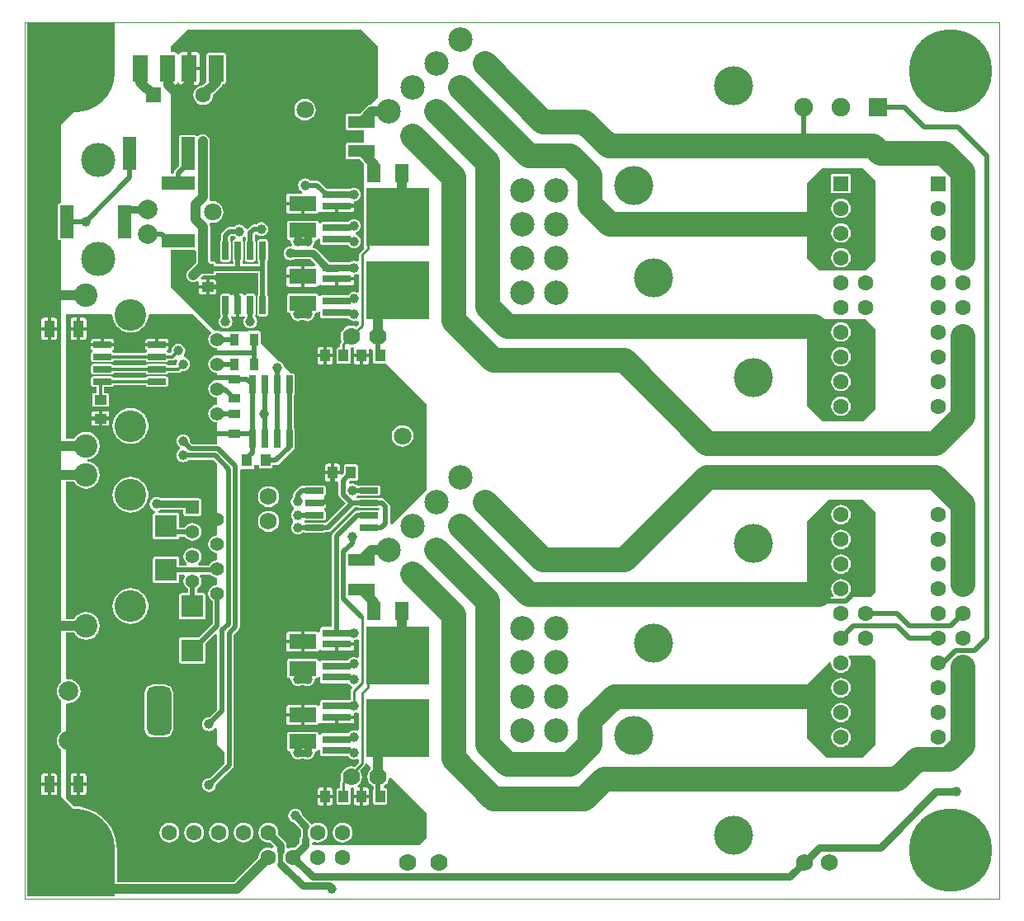
<source format=gbl>
G04 Layer_Physical_Order=2*
G04 Layer_Color=16711680*
%FSLAX25Y25*%
%MOIN*%
G70*
G01*
G75*
%ADD10R,0.05118X0.03937*%
%ADD11R,0.04921X0.03543*%
%ADD12R,0.03937X0.05118*%
%ADD16R,0.06102X0.11024*%
%ADD17R,0.11024X0.06102*%
%ADD18C,0.02953*%
%ADD19C,0.01968*%
%ADD20C,0.01378*%
%ADD21C,0.03937*%
%ADD22C,0.09842*%
%ADD23C,0.00984*%
%ADD29C,0.00394*%
%ADD30C,0.06890*%
%ADD31C,0.07000*%
%ADD32C,0.06299*%
%ADD33R,0.06299X0.06299*%
%ADD34C,0.07087*%
%ADD35C,0.15748*%
%ADD36C,0.07874*%
%ADD37C,0.12795*%
%ADD38C,0.09449*%
%ADD39C,0.05512*%
%ADD40R,0.05512X0.05512*%
%ADD41C,0.13780*%
%ADD42C,0.09842*%
G04:AMPARAMS|DCode=43|XSize=177.16mil|YSize=88.58mil|CornerRadius=22.15mil|HoleSize=0mil|Usage=FLASHONLY|Rotation=270.000|XOffset=0mil|YOffset=0mil|HoleType=Round|Shape=RoundedRectangle|*
%AMROUNDEDRECTD43*
21,1,0.17716,0.04429,0,0,270.0*
21,1,0.13287,0.08858,0,0,270.0*
1,1,0.04429,-0.02215,-0.06644*
1,1,0.04429,-0.02215,0.06644*
1,1,0.04429,0.02215,0.06644*
1,1,0.04429,0.02215,-0.06644*
%
%ADD43ROUNDEDRECTD43*%
G04:AMPARAMS|DCode=44|XSize=177.16mil|YSize=88.58mil|CornerRadius=22.15mil|HoleSize=0mil|Usage=FLASHONLY|Rotation=0.000|XOffset=0mil|YOffset=0mil|HoleType=Round|Shape=RoundedRectangle|*
%AMROUNDEDRECTD44*
21,1,0.17716,0.04429,0,0,0.0*
21,1,0.13287,0.08858,0,0,0.0*
1,1,0.04429,0.06644,-0.02215*
1,1,0.04429,-0.06644,-0.02215*
1,1,0.04429,-0.06644,0.02215*
1,1,0.04429,0.06644,0.02215*
%
%ADD44ROUNDEDRECTD44*%
G04:AMPARAMS|DCode=45|XSize=196.85mil|YSize=98.42mil|CornerRadius=24.61mil|HoleSize=0mil|Usage=FLASHONLY|Rotation=90.000|XOffset=0mil|YOffset=0mil|HoleType=Round|Shape=RoundedRectangle|*
%AMROUNDEDRECTD45*
21,1,0.19685,0.04921,0,0,90.0*
21,1,0.14764,0.09842,0,0,90.0*
1,1,0.04921,0.02461,0.07382*
1,1,0.04921,0.02461,-0.07382*
1,1,0.04921,-0.02461,-0.07382*
1,1,0.04921,-0.02461,0.07382*
%
%ADD45ROUNDEDRECTD45*%
%ADD46C,0.07480*%
%ADD47R,0.07480X0.07480*%
%ADD48R,0.06299X0.06299*%
%ADD49C,0.33465*%
%ADD50C,0.03937*%
%ADD51C,0.04000*%
%ADD52R,0.04331X0.06890*%
%ADD53R,0.02520X0.07480*%
%ADD54R,0.07480X0.02520*%
%ADD55R,0.03543X0.04921*%
%ADD56R,0.10827X0.05118*%
%ADD57R,0.13386X0.05315*%
%ADD58R,0.05315X0.13386*%
%ADD59R,0.11811X0.03150*%
%ADD60R,0.25590X0.23622*%
%ADD61R,0.05512X0.07677*%
%ADD62R,0.09055X0.09055*%
G36*
X343504Y113189D02*
Y80709D01*
X339567Y76772D01*
X320866Y76772D01*
X315945Y81693D01*
X315945Y112205D01*
X321850Y118110D01*
X338583D01*
X343504Y113189D01*
D02*
G37*
G36*
X343504Y-20945D02*
X343504Y-53150D01*
X341535Y-55118D01*
X332742D01*
X332561Y-54618D01*
X333096Y-53921D01*
X333494Y-52960D01*
X333629Y-51929D01*
X333494Y-50898D01*
X333096Y-49937D01*
X332463Y-49112D01*
X331638Y-48479D01*
X330677Y-48081D01*
X329646Y-47945D01*
X328615Y-48081D01*
X327654Y-48479D01*
X326829Y-49112D01*
X326196Y-49937D01*
X325798Y-50898D01*
X325662Y-51929D01*
X325798Y-52960D01*
X326196Y-53921D01*
X326731Y-54618D01*
X326549Y-55118D01*
X315945D01*
Y-24606D01*
X324803Y-15748D01*
X338307D01*
X343504Y-20945D01*
D02*
G37*
G36*
X341417Y-78858D02*
X343504Y-80945D01*
Y-114905D01*
X338330Y-120079D01*
X323819Y-120079D01*
X315945Y-112205D01*
X315945Y-90551D01*
X325247Y-81249D01*
X325721Y-81482D01*
X325662Y-81929D01*
X325798Y-82960D01*
X326196Y-83921D01*
X326829Y-84746D01*
X327654Y-85379D01*
X328615Y-85777D01*
X329646Y-85913D01*
X330677Y-85777D01*
X331638Y-85379D01*
X332463Y-84746D01*
X333096Y-83921D01*
X333494Y-82960D01*
X333629Y-81929D01*
X333494Y-80898D01*
X333096Y-79937D01*
X332598Y-79289D01*
X332830Y-78791D01*
X341417Y-78858D01*
D02*
G37*
G36*
X343504Y53150D02*
Y20669D01*
X338583Y15748D01*
X322126D01*
X315945Y21929D01*
Y57087D01*
X339567D01*
X343504Y53150D01*
D02*
G37*
G36*
X36417Y157480D02*
X14764Y135827D01*
Y103965D01*
X14173D01*
X13861Y103903D01*
X13597Y103726D01*
X13420Y103462D01*
X13358Y103150D01*
Y89764D01*
X13420Y89452D01*
X13597Y89187D01*
X13861Y89010D01*
X14173Y88948D01*
X14764D01*
Y-89641D01*
X14338Y-89968D01*
X13579Y-90957D01*
X13101Y-92110D01*
X12939Y-93347D01*
X13101Y-94583D01*
X13579Y-95735D01*
X14338Y-96725D01*
X14764Y-97052D01*
Y-109641D01*
X14338Y-109968D01*
X13579Y-110958D01*
X13101Y-112110D01*
X12939Y-113347D01*
X13101Y-114583D01*
X13579Y-115735D01*
X14338Y-116725D01*
X14764Y-117052D01*
Y-135827D01*
X36417Y-157480D01*
X36417Y-176181D01*
X984Y-176181D01*
X984Y177165D01*
X36417Y177165D01*
Y157480D01*
D02*
G37*
G36*
X142717Y167323D02*
Y146653D01*
X139776Y143713D01*
X139238Y143642D01*
X138564Y143363D01*
X137986Y142919D01*
X135252Y140186D01*
X130413D01*
X130101Y140124D01*
X129837Y139947D01*
X129660Y139682D01*
X129598Y139370D01*
Y134252D01*
X129660Y133940D01*
X129837Y133675D01*
X130101Y133498D01*
X130413Y133436D01*
X136811D01*
Y128375D01*
X130413D01*
X130101Y128313D01*
X129837Y128136D01*
X129660Y127871D01*
X129598Y127559D01*
Y122441D01*
X129660Y122129D01*
X129837Y121864D01*
X130101Y121687D01*
X130413Y121625D01*
X135252D01*
X136811Y120067D01*
Y85524D01*
X135203Y83917D01*
X134917Y83489D01*
X134817Y82985D01*
Y80791D01*
X134017Y80397D01*
X133597Y80571D01*
X132874Y80666D01*
X132151Y80571D01*
X131478Y80292D01*
X131442Y80265D01*
X122821D01*
X117783Y85303D01*
X117030Y85806D01*
X116542Y85903D01*
X116385Y86184D01*
X116265Y86760D01*
X116592Y87186D01*
X116870Y87860D01*
X116966Y88583D01*
X117459Y89145D01*
X117717D01*
X118029Y89207D01*
X118293Y89384D01*
X118470Y89648D01*
X119263Y89534D01*
Y87874D01*
X119325Y87562D01*
X119502Y87297D01*
X119767Y87120D01*
X120079Y87058D01*
X130554D01*
X130900Y86608D01*
X131478Y86164D01*
X132151Y85885D01*
X132874Y85790D01*
X133597Y85885D01*
X134270Y86164D01*
X134848Y86608D01*
X135292Y87186D01*
X135571Y87860D01*
X135666Y88583D01*
X135571Y89305D01*
X135292Y89979D01*
X134848Y90557D01*
X134270Y91001D01*
X133597Y91280D01*
X133524Y91290D01*
Y92096D01*
X133597Y92106D01*
X134270Y92385D01*
X134848Y92829D01*
X135292Y93407D01*
X135571Y94080D01*
X135666Y94803D01*
X135571Y95526D01*
X135292Y96199D01*
X134848Y96778D01*
X134270Y97221D01*
X133597Y97500D01*
X132874Y97596D01*
X132151Y97500D01*
X131478Y97221D01*
X130900Y96778D01*
X130554Y96328D01*
X120079D01*
X119767Y96265D01*
X119502Y96089D01*
X119325Y95824D01*
X118532Y95938D01*
Y96063D01*
X118470Y96375D01*
X118293Y96640D01*
X118029Y96817D01*
X117717Y96879D01*
X106693D01*
X106381Y96817D01*
X106116Y96640D01*
X105939Y96375D01*
X105877Y96063D01*
Y89961D01*
X105939Y89648D01*
X106116Y89384D01*
X106381Y89207D01*
X106693Y89145D01*
X106951D01*
X107444Y88583D01*
X107539Y87860D01*
X107818Y87186D01*
X107382Y86441D01*
X107283Y86454D01*
X106561Y86359D01*
X105887Y86080D01*
X105309Y85636D01*
X104865Y85058D01*
X104586Y84384D01*
X104491Y83661D01*
X104586Y82939D01*
X104865Y82265D01*
X105309Y81687D01*
X105887Y81243D01*
X106561Y80964D01*
X107283Y80869D01*
X108006Y80964D01*
X108680Y81243D01*
X108807Y81340D01*
X115180D01*
X117339Y79182D01*
X117008Y78382D01*
X112894D01*
Y74311D01*
Y70240D01*
X117717D01*
X118107Y70318D01*
X118438Y70539D01*
X118601Y70783D01*
X118905Y70907D01*
X119499Y70996D01*
X119689Y70869D01*
X120079Y70791D01*
X125295D01*
Y73386D01*
X125984D01*
Y74075D01*
X132909D01*
Y74961D01*
X133009Y75099D01*
X133597Y75177D01*
X134017Y75351D01*
X134817Y74958D01*
Y68192D01*
X134017Y67799D01*
X133597Y67973D01*
X132874Y68068D01*
X132151Y67973D01*
X131478Y67694D01*
X130900Y67250D01*
X130554Y66800D01*
X120079D01*
X119767Y66738D01*
X119502Y66561D01*
X119325Y66296D01*
X118532Y66411D01*
Y66535D01*
X118470Y66848D01*
X118293Y67112D01*
X118029Y67289D01*
X117717Y67351D01*
X106693D01*
X106381Y67289D01*
X106116Y67112D01*
X105939Y66848D01*
X105877Y66535D01*
Y60433D01*
X105939Y60121D01*
X106116Y59856D01*
X106381Y59680D01*
X106693Y59617D01*
X106951D01*
X107444Y59055D01*
X107539Y58332D01*
X107818Y57659D01*
X108262Y57081D01*
X108840Y56637D01*
X109513Y56358D01*
X110236Y56263D01*
X110959Y56358D01*
X111632Y56637D01*
X111759Y56734D01*
X112650D01*
X112777Y56637D01*
X113451Y56358D01*
X114173Y56263D01*
X114896Y56358D01*
X115569Y56637D01*
X116148Y57081D01*
X116592Y57659D01*
X116870Y58332D01*
X116966Y59055D01*
X117459Y59617D01*
X117717D01*
X118029Y59680D01*
X118293Y59856D01*
X118470Y60121D01*
X119263Y60007D01*
Y58346D01*
X119325Y58034D01*
X119502Y57770D01*
X119767Y57593D01*
X120079Y57531D01*
X130554D01*
X130900Y57081D01*
X131478Y56637D01*
X132151Y56358D01*
X132874Y56263D01*
X133597Y56358D01*
X134017Y56532D01*
X134817Y56139D01*
Y54988D01*
X133863Y54034D01*
X133012Y54386D01*
X131890Y54534D01*
X130767Y54386D01*
X129721Y53953D01*
X128823Y53264D01*
X128134Y52365D01*
X127700Y51319D01*
X127553Y50197D01*
X127700Y49074D01*
X128053Y48223D01*
X127809Y47979D01*
X127523Y47551D01*
X127423Y47047D01*
Y45698D01*
X126772D01*
X126460Y45636D01*
X126195Y45459D01*
X126018Y45194D01*
X125956Y44882D01*
Y39764D01*
X126018Y39452D01*
X126195Y39187D01*
X126460Y39010D01*
X126772Y38948D01*
X130709D01*
X131021Y39010D01*
X131285Y39187D01*
X131462Y39452D01*
X131524Y39764D01*
Y44882D01*
X131480Y45107D01*
X131728Y45563D01*
X131891Y45768D01*
X132573Y45795D01*
X133090Y45157D01*
X133036Y44882D01*
Y43012D01*
X136024D01*
X139012D01*
Y44882D01*
X139008Y44900D01*
X139745Y45294D01*
X140720Y44320D01*
Y39764D01*
X140782Y39452D01*
X140959Y39187D01*
X141223Y39010D01*
X141535Y38948D01*
X145472D01*
X145785Y39010D01*
X145931Y39108D01*
X162402Y22638D01*
Y-11811D01*
X148225Y-25987D01*
X147488Y-25593D01*
X147488Y-25591D01*
X147488Y-25591D01*
Y-18701D01*
X147350Y-18005D01*
X146956Y-17414D01*
X146956Y-17414D01*
X145440Y-15899D01*
X144850Y-15504D01*
X144153Y-15366D01*
X144153Y-15366D01*
X143285D01*
X143274Y-15348D01*
X143009Y-15172D01*
X142697Y-15110D01*
X135216D01*
X134904Y-15172D01*
X134787Y-15250D01*
X133989Y-15079D01*
X134317Y-14190D01*
X134640Y-14022D01*
X134904Y-14198D01*
X135216Y-14261D01*
X142697D01*
X143009Y-14198D01*
X143274Y-14022D01*
X143450Y-13757D01*
X143512Y-13445D01*
Y-10925D01*
X143450Y-10613D01*
X143274Y-10348D01*
X143009Y-10172D01*
X142697Y-10109D01*
X135216D01*
X134904Y-10172D01*
X134640Y-10348D01*
X133949Y-9989D01*
X133660Y-9767D01*
X132986Y-9488D01*
X132264Y-9393D01*
X131541Y-9488D01*
X131527Y-9493D01*
X130710Y-9033D01*
X130708Y-9020D01*
X131359Y-8296D01*
X133661D01*
X133974Y-8234D01*
X134238Y-8057D01*
X134415Y-7792D01*
X134477Y-7480D01*
Y-2362D01*
X134415Y-2050D01*
X134238Y-1785D01*
X133974Y-1609D01*
X133661Y-1546D01*
X129724D01*
X129412Y-1609D01*
X129148Y-1785D01*
X128971Y-2050D01*
X128909Y-2362D01*
Y-5133D01*
X128001Y-6041D01*
X127201Y-5709D01*
Y-5610D01*
X124902D01*
Y-8500D01*
X126181D01*
X126692Y-9214D01*
Y-13739D01*
X126692Y-13739D01*
X126830Y-14436D01*
X127225Y-15026D01*
X129616Y-17417D01*
X121971Y-25063D01*
X121266Y-25348D01*
X121001Y-25172D01*
X120689Y-25109D01*
X113209D01*
X112991Y-25153D01*
X112957Y-25141D01*
X112821Y-24685D01*
X112957Y-24230D01*
X112991Y-24217D01*
X113209Y-24261D01*
X120689D01*
X121001Y-24198D01*
X121266Y-24022D01*
X121443Y-23757D01*
X121505Y-23445D01*
Y-20925D01*
X121443Y-20613D01*
X121266Y-20348D01*
X121055Y-20207D01*
X121024Y-19943D01*
X121057Y-19605D01*
X121097Y-19375D01*
X121410Y-19166D01*
X121631Y-18835D01*
X121709Y-18445D01*
Y-17874D01*
X116949D01*
Y-16496D01*
X121709D01*
Y-15925D01*
X121631Y-15535D01*
X121410Y-15204D01*
X121097Y-14995D01*
X121057Y-14765D01*
X121024Y-14427D01*
X121055Y-14163D01*
X121266Y-14022D01*
X121443Y-13757D01*
X121505Y-13445D01*
Y-10925D01*
X121443Y-10613D01*
X121266Y-10348D01*
X121001Y-10172D01*
X120689Y-10109D01*
X113209D01*
X112897Y-10172D01*
X112632Y-10348D01*
X112620Y-10366D01*
X111831D01*
X111831Y-10366D01*
X111135Y-10504D01*
X110544Y-10899D01*
X108950Y-12493D01*
X108555Y-13084D01*
X108417Y-13780D01*
X108417Y-13780D01*
Y-14639D01*
X108262Y-14758D01*
X107818Y-15336D01*
X107539Y-16010D01*
X107444Y-16732D01*
X107539Y-17455D01*
X107818Y-18128D01*
X108262Y-18707D01*
X108635Y-18994D01*
X108703Y-19227D01*
X108708Y-19670D01*
X108641Y-19934D01*
X108281Y-20211D01*
X107838Y-20789D01*
X107559Y-21462D01*
X107464Y-22185D01*
X107559Y-22908D01*
X107838Y-23581D01*
X108281Y-24160D01*
X108309Y-24181D01*
Y-25189D01*
X108281Y-25210D01*
X107838Y-25789D01*
X107559Y-26462D01*
X107464Y-27185D01*
X107559Y-27908D01*
X107838Y-28581D01*
X108281Y-29160D01*
X108860Y-29603D01*
X109533Y-29882D01*
X110256Y-29977D01*
X110979Y-29882D01*
X111652Y-29603D01*
X111942Y-29381D01*
X112632Y-29022D01*
X112897Y-29199D01*
X113209Y-29261D01*
X120689D01*
X121001Y-29199D01*
X121266Y-29022D01*
X121277Y-29004D01*
X122421D01*
X122421Y-29004D01*
X123117Y-28866D01*
X123708Y-28471D01*
X133175Y-19004D01*
X134628D01*
X134640Y-19022D01*
X134904Y-19198D01*
X135216Y-19261D01*
X142608D01*
X142746Y-19301D01*
X143217Y-19690D01*
X142697Y-20109D01*
X135216D01*
X134904Y-20172D01*
X134640Y-20348D01*
X134628Y-20366D01*
X134311D01*
X134311Y-20366D01*
X133615Y-20504D01*
X133025Y-20899D01*
X133025Y-20899D01*
X124574Y-29349D01*
X124180Y-29939D01*
X124041Y-30635D01*
X124041Y-30635D01*
Y-67373D01*
X120079D01*
X119767Y-67435D01*
X119502Y-67612D01*
X119325Y-67877D01*
X119263Y-68189D01*
Y-69350D01*
X118463Y-69593D01*
X118438Y-69555D01*
X118107Y-69334D01*
X117717Y-69256D01*
X112894D01*
Y-73327D01*
Y-77398D01*
X117717D01*
X118107Y-77320D01*
X118438Y-77099D01*
X118601Y-76855D01*
X118905Y-76731D01*
X119499Y-76642D01*
X119689Y-76769D01*
X120079Y-76846D01*
X125295D01*
Y-74252D01*
X125984D01*
Y-73563D01*
X132909D01*
Y-72677D01*
X133009Y-72538D01*
X133597Y-72461D01*
X134017Y-72287D01*
X134817Y-72680D01*
Y-79446D01*
X134017Y-79839D01*
X133597Y-79665D01*
X132874Y-79570D01*
X132151Y-79665D01*
X131478Y-79944D01*
X130900Y-80388D01*
X130554Y-80838D01*
X120079D01*
X119767Y-80900D01*
X119502Y-81077D01*
X119325Y-81341D01*
X118532Y-81227D01*
Y-81102D01*
X118470Y-80790D01*
X118293Y-80526D01*
X118029Y-80349D01*
X117717Y-80287D01*
X106693D01*
X106381Y-80349D01*
X106116Y-80526D01*
X105939Y-80790D01*
X105877Y-81102D01*
Y-87205D01*
X105939Y-87517D01*
X106116Y-87782D01*
X106381Y-87958D01*
X106693Y-88020D01*
X106951D01*
X107444Y-88583D01*
X107539Y-89305D01*
X107818Y-89979D01*
X108262Y-90557D01*
X108840Y-91001D01*
X109513Y-91280D01*
X110236Y-91375D01*
X110959Y-91280D01*
X111632Y-91001D01*
X111759Y-90904D01*
X112650D01*
X112777Y-91001D01*
X113451Y-91280D01*
X114173Y-91375D01*
X114896Y-91280D01*
X115569Y-91001D01*
X116148Y-90557D01*
X116592Y-89979D01*
X116870Y-89305D01*
X116966Y-88583D01*
X117459Y-88020D01*
X117717D01*
X118029Y-87958D01*
X118293Y-87782D01*
X118470Y-87517D01*
X119263Y-87631D01*
Y-89291D01*
X119325Y-89604D01*
X119502Y-89868D01*
X119767Y-90045D01*
X120079Y-90107D01*
X130554D01*
X130900Y-90557D01*
X131478Y-91001D01*
X131898Y-91175D01*
X132186Y-92019D01*
X131942Y-92262D01*
X131657Y-92690D01*
X131557Y-93194D01*
Y-96840D01*
X131478Y-96873D01*
X131442Y-96901D01*
X120079D01*
X119767Y-96963D01*
X119502Y-97140D01*
X119325Y-97404D01*
X119263Y-97716D01*
Y-98878D01*
X118463Y-99120D01*
X118438Y-99082D01*
X118107Y-98861D01*
X117717Y-98784D01*
X112894D01*
Y-102854D01*
Y-106925D01*
X117717D01*
X118107Y-106848D01*
X118438Y-106626D01*
X118601Y-106382D01*
X118905Y-106259D01*
X119499Y-106170D01*
X119689Y-106296D01*
X120079Y-106374D01*
X125295D01*
Y-103779D01*
X125984D01*
Y-103091D01*
X132909D01*
Y-102205D01*
X133009Y-102066D01*
X133597Y-101989D01*
X134017Y-101814D01*
X134817Y-102208D01*
Y-108973D01*
X134017Y-109367D01*
X133597Y-109193D01*
X132874Y-109097D01*
X132151Y-109193D01*
X131478Y-109471D01*
X130900Y-109915D01*
X130554Y-110365D01*
X120079D01*
X119767Y-110427D01*
X119502Y-110604D01*
X119325Y-110869D01*
X118532Y-110755D01*
Y-110630D01*
X118470Y-110318D01*
X118293Y-110053D01*
X118029Y-109876D01*
X117717Y-109814D01*
X106693D01*
X106381Y-109876D01*
X106116Y-110053D01*
X105939Y-110318D01*
X105877Y-110630D01*
Y-116732D01*
X105939Y-117044D01*
X106116Y-117309D01*
X106381Y-117486D01*
X106693Y-117548D01*
X106951D01*
X107444Y-118110D01*
X107539Y-118833D01*
X107818Y-119506D01*
X108262Y-120085D01*
X108840Y-120528D01*
X109513Y-120808D01*
X110236Y-120903D01*
X110959Y-120808D01*
X111632Y-120528D01*
X111759Y-120431D01*
X112650D01*
X112777Y-120528D01*
X113451Y-120808D01*
X114173Y-120903D01*
X114896Y-120808D01*
X115569Y-120528D01*
X116148Y-120085D01*
X116592Y-119506D01*
X116870Y-118833D01*
X116966Y-118110D01*
X117459Y-117548D01*
X117717D01*
X118029Y-117486D01*
X118293Y-117309D01*
X118470Y-117044D01*
X119263Y-117159D01*
Y-118819D01*
X119325Y-119131D01*
X119502Y-119396D01*
X119767Y-119572D01*
X120079Y-119634D01*
X130554D01*
X130900Y-120085D01*
X131478Y-120528D01*
X132151Y-120808D01*
X132874Y-120903D01*
X133597Y-120808D01*
X134017Y-120633D01*
X134817Y-121027D01*
Y-122178D01*
X133167Y-123828D01*
X133012Y-123763D01*
X131890Y-123616D01*
X130767Y-123763D01*
X129721Y-124197D01*
X128823Y-124886D01*
X128134Y-125784D01*
X127700Y-126830D01*
X127553Y-127953D01*
X127700Y-129075D01*
X127770Y-129244D01*
X127523Y-129614D01*
X127423Y-130118D01*
Y-132452D01*
X126772D01*
X126460Y-132514D01*
X126195Y-132691D01*
X126018Y-132956D01*
X125956Y-133268D01*
Y-138386D01*
X126018Y-138698D01*
X126195Y-138963D01*
X126460Y-139139D01*
X126772Y-139201D01*
X130709D01*
X131021Y-139139D01*
X131285Y-138963D01*
X131462Y-138698D01*
X131524Y-138386D01*
Y-133268D01*
X131480Y-133043D01*
X131728Y-132587D01*
X131891Y-132381D01*
X132573Y-132355D01*
X133090Y-132993D01*
X133036Y-133268D01*
Y-135138D01*
X135335D01*
Y-132248D01*
X134670D01*
X134398Y-131448D01*
X134957Y-131020D01*
X135646Y-130121D01*
X136079Y-129075D01*
X136227Y-127953D01*
X136079Y-126830D01*
X135646Y-125784D01*
X135338Y-125383D01*
X137066Y-123655D01*
X137352Y-123228D01*
X137434Y-122817D01*
X137889Y-122543D01*
X138173Y-122425D01*
X139715Y-123966D01*
X139670Y-124871D01*
X139650Y-124886D01*
X138961Y-125784D01*
X138527Y-126830D01*
X138379Y-127953D01*
X138527Y-129075D01*
X138961Y-130121D01*
X139650Y-131020D01*
X140548Y-131709D01*
X140897Y-131853D01*
Y-132783D01*
X140782Y-132956D01*
X140720Y-133268D01*
Y-138386D01*
X140782Y-138698D01*
X140959Y-138963D01*
X141223Y-139139D01*
X141535Y-139201D01*
X145472D01*
X145785Y-139139D01*
X146049Y-138963D01*
X146226Y-138698D01*
X146288Y-138386D01*
Y-133268D01*
X146226Y-132956D01*
X146049Y-132691D01*
X145785Y-132514D01*
X145472Y-132452D01*
X145181D01*
X144962Y-131901D01*
X144959Y-131652D01*
X145783Y-131020D01*
X146473Y-130121D01*
X146906Y-129075D01*
X146990Y-128436D01*
X147835Y-128150D01*
X162402Y-142717D01*
Y-152559D01*
X159449Y-155512D01*
X116583Y-155512D01*
X116032Y-154892D01*
X116075Y-154661D01*
X116949Y-154208D01*
X117316Y-154360D01*
X118347Y-154496D01*
X119378Y-154360D01*
X120339Y-153962D01*
X121164Y-153329D01*
X121797Y-152504D01*
X122195Y-151543D01*
X122330Y-150512D01*
X122195Y-149481D01*
X121797Y-148520D01*
X121164Y-147695D01*
X120339Y-147062D01*
X119378Y-146664D01*
X118347Y-146528D01*
X117316Y-146664D01*
X116355Y-147062D01*
X116253Y-147140D01*
X115388Y-146796D01*
X114988Y-146197D01*
X111927Y-143136D01*
X111906Y-142978D01*
X111627Y-142304D01*
X111183Y-141726D01*
X110605Y-141282D01*
X109931Y-141003D01*
X109209Y-140908D01*
X108486Y-141003D01*
X107812Y-141282D01*
X107234Y-141726D01*
X106790Y-142304D01*
X106511Y-142978D01*
X106416Y-143701D01*
X106434Y-143836D01*
X106511Y-144423D01*
X106790Y-145097D01*
X107234Y-145675D01*
X107812Y-146119D01*
X108486Y-146398D01*
X108644Y-146419D01*
X111527Y-149301D01*
Y-151811D01*
X111202Y-152297D01*
X111026Y-153185D01*
Y-154550D01*
X108966Y-156610D01*
X108346Y-156528D01*
X107315Y-156664D01*
X106467Y-157015D01*
X105667Y-156704D01*
Y-155512D01*
X105491Y-154624D01*
X104988Y-153871D01*
X102249Y-151131D01*
X102330Y-150512D01*
X102194Y-149481D01*
X101796Y-148520D01*
X101163Y-147695D01*
X100338Y-147062D01*
X99378Y-146664D01*
X98347Y-146528D01*
X97315Y-146664D01*
X96355Y-147062D01*
X95530Y-147695D01*
X94897Y-148520D01*
X94498Y-149481D01*
X94363Y-150512D01*
X94498Y-151543D01*
X94897Y-152504D01*
X95530Y-153329D01*
X96355Y-153962D01*
X97315Y-154360D01*
X98347Y-154496D01*
X98966Y-154414D01*
X100574Y-156021D01*
X100521Y-156272D01*
X99602Y-156757D01*
X99378Y-156664D01*
X98347Y-156528D01*
X97315Y-156664D01*
X96355Y-157062D01*
X95530Y-157695D01*
X94897Y-158520D01*
X94498Y-159481D01*
X94363Y-160512D01*
X94367Y-160542D01*
X84473Y-170436D01*
X37233D01*
X37233Y-157815D01*
X37255Y-157480D01*
X37105Y-155187D01*
X36656Y-152933D01*
X35917Y-150757D01*
X34901Y-148695D01*
X33624Y-146784D01*
X32109Y-145056D01*
X30381Y-143541D01*
X28470Y-142264D01*
X26409Y-141248D01*
X24232Y-140509D01*
X21978Y-140061D01*
X20023Y-139933D01*
X16732Y-136642D01*
Y-98601D01*
X17334Y-98074D01*
X17717Y-98124D01*
X18953Y-97961D01*
X20106Y-97484D01*
X21095Y-96725D01*
X21854Y-95735D01*
X22332Y-94583D01*
X22494Y-93347D01*
X22332Y-92110D01*
X21854Y-90957D01*
X21095Y-89968D01*
X20106Y-89209D01*
X18953Y-88731D01*
X17717Y-88569D01*
X17334Y-88619D01*
X16732Y-88091D01*
Y-69722D01*
X19864D01*
X20745Y-70869D01*
X21899Y-71755D01*
X23243Y-72312D01*
X24685Y-72501D01*
X26127Y-72312D01*
X27471Y-71755D01*
X28625Y-70869D01*
X29511Y-69715D01*
X30067Y-68371D01*
X30257Y-66929D01*
X30067Y-65487D01*
X29511Y-64143D01*
X28625Y-62989D01*
X27471Y-62104D01*
X26127Y-61547D01*
X24685Y-61357D01*
X23243Y-61547D01*
X21899Y-62104D01*
X20745Y-62989D01*
X19864Y-64137D01*
X16732D01*
Y-8698D01*
X19865D01*
X20745Y-9845D01*
X21899Y-10731D01*
X23243Y-11288D01*
X24685Y-11477D01*
X26127Y-11288D01*
X27471Y-10731D01*
X28625Y-9845D01*
X29511Y-8691D01*
X30067Y-7348D01*
X30257Y-5905D01*
X30067Y-4463D01*
X29511Y-3119D01*
X28625Y-1965D01*
X27471Y-1080D01*
X26127Y-523D01*
X25218Y-404D01*
Y404D01*
X26127Y523D01*
X27471Y1080D01*
X28625Y1965D01*
X29511Y3119D01*
X30067Y4463D01*
X30257Y5905D01*
X30067Y7348D01*
X29511Y8691D01*
X28625Y9845D01*
X27471Y10731D01*
X26127Y11287D01*
X24685Y11477D01*
X23243Y11287D01*
X21899Y10731D01*
X20745Y9845D01*
X19864Y8698D01*
X16732D01*
Y59055D01*
X34652D01*
X34766Y59035D01*
X35437Y58837D01*
X35560Y57583D01*
X35584Y57506D01*
X35592Y57426D01*
X35957Y56220D01*
X35995Y56150D01*
X36018Y56073D01*
X36613Y54961D01*
X36663Y54899D01*
X36663Y54899D01*
X36663Y54899D01*
X36701Y54828D01*
X37501Y53854D01*
X37563Y53803D01*
X37563Y53803D01*
X37563Y53803D01*
X37614Y53741D01*
X38588Y52942D01*
X38659Y52904D01*
X38659Y52904D01*
X38721Y52853D01*
X39832Y52259D01*
X39909Y52235D01*
X39980Y52197D01*
X41186Y51832D01*
X41266Y51824D01*
X41343Y51801D01*
X42597Y51677D01*
X42677Y51685D01*
X42757Y51677D01*
X44011Y51801D01*
X44088Y51824D01*
X44168Y51832D01*
X45374Y52197D01*
X45445Y52235D01*
X45522Y52259D01*
X46633Y52853D01*
X46695Y52904D01*
X46695Y52904D01*
X46695Y52904D01*
X46766Y52942D01*
X47740Y53741D01*
X47791Y53803D01*
X47791Y53803D01*
X47791Y53803D01*
X47853Y53854D01*
X48653Y54828D01*
X48691Y54899D01*
X48691Y54899D01*
X48742Y54961D01*
X49336Y56073D01*
X49359Y56150D01*
X49397Y56220D01*
X49763Y57426D01*
X49771Y57506D01*
X49794Y57583D01*
X49918Y58837D01*
X50588Y59035D01*
X50702Y59055D01*
X62008D01*
X67913Y59055D01*
X75164Y51805D01*
X75141Y51453D01*
X74571Y50711D01*
X74213Y49846D01*
X74090Y48917D01*
X74213Y47989D01*
X74571Y47124D01*
X75141Y46381D01*
X75884Y45811D01*
X76749Y45453D01*
X77583Y45343D01*
Y42492D01*
X76749Y42382D01*
X75884Y42023D01*
X75141Y41453D01*
X74571Y40711D01*
X74213Y39846D01*
X74090Y38917D01*
X74213Y37989D01*
X74571Y37124D01*
X75141Y36381D01*
X75884Y35811D01*
X76749Y35453D01*
X77583Y35343D01*
Y32492D01*
X76749Y32382D01*
X75884Y32023D01*
X75141Y31453D01*
X74571Y30711D01*
X74213Y29846D01*
X74090Y28917D01*
X74213Y27989D01*
X74571Y27124D01*
X75141Y26381D01*
X75884Y25811D01*
X76749Y25453D01*
X77583Y25343D01*
Y22492D01*
X76749Y22382D01*
X75884Y22023D01*
X75141Y21453D01*
X74571Y20711D01*
X74213Y19846D01*
X74090Y18917D01*
X74213Y17989D01*
X74571Y17124D01*
X75141Y16381D01*
X75884Y15811D01*
X76749Y15453D01*
X77583Y15343D01*
Y6556D01*
X67718D01*
X66743Y7531D01*
X66769Y7725D01*
X66674Y8447D01*
X66395Y9121D01*
X65951Y9699D01*
X65373Y10143D01*
X64699Y10422D01*
X63976Y10517D01*
X63254Y10422D01*
X62580Y10143D01*
X62002Y9699D01*
X61558Y9121D01*
X61279Y8447D01*
X61184Y7725D01*
X61279Y7002D01*
X61558Y6329D01*
X62002Y5750D01*
X62580Y5306D01*
X62645Y5280D01*
Y4414D01*
X62580Y4387D01*
X62002Y3943D01*
X61558Y3365D01*
X61279Y2691D01*
X61184Y1969D01*
X61279Y1246D01*
X61558Y572D01*
X62002Y-6D01*
X62580Y-450D01*
X63254Y-729D01*
X63976Y-824D01*
X64699Y-729D01*
X65373Y-450D01*
X65951Y-6D01*
X66070Y149D01*
X76040D01*
X77583Y-1394D01*
Y-30343D01*
X76749Y-30453D01*
X75884Y-30811D01*
X75141Y-31381D01*
X74571Y-32124D01*
X74213Y-32989D01*
X74090Y-33917D01*
X74213Y-34846D01*
X74571Y-35711D01*
X75141Y-36453D01*
X75884Y-37023D01*
X76749Y-37382D01*
X77583Y-37492D01*
Y-40343D01*
X76749Y-40453D01*
X75884Y-40811D01*
X75141Y-41381D01*
X74571Y-42124D01*
X74427Y-42472D01*
X70200D01*
X69928Y-41672D01*
X70213Y-41453D01*
X70783Y-40711D01*
X71141Y-39846D01*
X71264Y-38917D01*
X71141Y-37989D01*
X70783Y-37124D01*
X70213Y-36381D01*
X69470Y-35811D01*
X68605Y-35453D01*
X67677Y-35331D01*
X66749Y-35453D01*
X65884Y-35811D01*
X65141Y-36381D01*
X64571Y-37124D01*
X64213Y-37989D01*
X64091Y-38917D01*
X64213Y-39846D01*
X64571Y-40711D01*
X65141Y-41453D01*
X65426Y-41672D01*
X65154Y-42472D01*
X62430D01*
Y-39764D01*
X62368Y-39452D01*
X62191Y-39187D01*
X61926Y-39010D01*
X61614Y-38948D01*
X52559D01*
X52247Y-39010D01*
X51982Y-39187D01*
X51806Y-39452D01*
X51743Y-39764D01*
Y-48819D01*
X51806Y-49131D01*
X51982Y-49396D01*
X52247Y-49573D01*
X52559Y-49635D01*
X61614D01*
X61926Y-49573D01*
X62191Y-49396D01*
X62368Y-49131D01*
X62430Y-48819D01*
Y-46111D01*
X64340D01*
X64735Y-46911D01*
X64571Y-47124D01*
X64213Y-47989D01*
X64091Y-48917D01*
X64213Y-49846D01*
X64571Y-50711D01*
X65141Y-51453D01*
X65858Y-52004D01*
Y-53712D01*
X63149D01*
X62837Y-53774D01*
X62573Y-53951D01*
X62396Y-54215D01*
X62334Y-54528D01*
Y-63583D01*
X62396Y-63895D01*
X62573Y-64160D01*
X62837Y-64336D01*
X63149Y-64398D01*
X72205D01*
X72517Y-64336D01*
X72781Y-64160D01*
X72958Y-63895D01*
X73020Y-63583D01*
Y-54528D01*
X72958Y-54215D01*
X72781Y-53951D01*
X72517Y-53774D01*
X72205Y-53712D01*
X69496D01*
Y-52004D01*
X70213Y-51453D01*
X70783Y-50711D01*
X71141Y-49846D01*
X71264Y-48917D01*
X71141Y-47989D01*
X70783Y-47124D01*
X70619Y-46911D01*
X71014Y-46111D01*
X74878D01*
X75141Y-46453D01*
X75884Y-47023D01*
X76749Y-47382D01*
X77583Y-47492D01*
Y-50343D01*
X76749Y-50453D01*
X75884Y-50811D01*
X75141Y-51381D01*
X74571Y-52124D01*
X74213Y-52989D01*
X74090Y-53917D01*
X74213Y-54846D01*
X74571Y-55711D01*
X75141Y-56453D01*
X75858Y-57003D01*
Y-66018D01*
X70448Y-71428D01*
X63149D01*
X62837Y-71491D01*
X62573Y-71667D01*
X62396Y-71932D01*
X62334Y-72244D01*
Y-81299D01*
X62396Y-81611D01*
X62573Y-81876D01*
X62837Y-82053D01*
X63149Y-82115D01*
X72205D01*
X72517Y-82053D01*
X72781Y-81876D01*
X72958Y-81611D01*
X73020Y-81299D01*
Y-74001D01*
X76844Y-70177D01*
X77583Y-70483D01*
Y-100946D01*
X74603Y-103926D01*
X74410Y-103901D01*
X73687Y-103996D01*
X73013Y-104275D01*
X72435Y-104718D01*
X71991Y-105297D01*
X71712Y-105970D01*
X71617Y-106693D01*
X71712Y-107416D01*
X71991Y-108089D01*
X72435Y-108667D01*
X73013Y-109111D01*
X73687Y-109390D01*
X74410Y-109485D01*
X75132Y-109390D01*
X75806Y-109111D01*
X76384Y-108667D01*
X76783Y-108147D01*
X76871Y-108144D01*
X77583Y-108624D01*
Y-114985D01*
X80674Y-118075D01*
Y-122462D01*
X74603Y-128532D01*
X74410Y-128507D01*
X73687Y-128602D01*
X73013Y-128881D01*
X72435Y-129325D01*
X71991Y-129903D01*
X71712Y-130577D01*
X71617Y-131299D01*
X71712Y-132022D01*
X71991Y-132695D01*
X72435Y-133274D01*
X73013Y-133718D01*
X73687Y-133996D01*
X74410Y-134092D01*
X75132Y-133996D01*
X75806Y-133718D01*
X76384Y-133274D01*
X76828Y-132695D01*
X77107Y-132022D01*
X77202Y-131299D01*
X77176Y-131105D01*
X83779Y-124502D01*
X83779Y-124502D01*
X84174Y-123912D01*
X84312Y-123216D01*
X84312Y-123216D01*
Y-122759D01*
Y-70540D01*
X86272Y-68580D01*
X86272Y-68580D01*
X86667Y-67990D01*
X86805Y-67294D01*
Y-4062D01*
X87000Y-3880D01*
X87605Y-3541D01*
X87795Y-3579D01*
X91732D01*
X92123Y-3501D01*
X92453Y-3280D01*
X92674Y-2949D01*
X92752Y-2559D01*
Y-1965D01*
X94460D01*
Y-2559D01*
X94522Y-2871D01*
X94699Y-3136D01*
X94964Y-3313D01*
X95276Y-3375D01*
X99213D01*
X99525Y-3313D01*
X99789Y-3136D01*
X99966Y-2871D01*
X100028Y-2559D01*
Y-1965D01*
X102365D01*
X108268Y3937D01*
Y4145D01*
X108481Y4187D01*
X108746Y4364D01*
X108923Y4629D01*
X108985Y4941D01*
Y12421D01*
X108923Y12733D01*
X108746Y12998D01*
X108729Y13010D01*
Y26360D01*
X108746Y26372D01*
X108923Y26637D01*
X108985Y26949D01*
Y34429D01*
X108923Y34741D01*
X108746Y35006D01*
X108481Y35183D01*
X108169Y35245D01*
X107472D01*
X104609Y38108D01*
X104607Y38124D01*
X104328Y38798D01*
X103884Y39376D01*
X103306Y39820D01*
X102632Y40099D01*
X102615Y40101D01*
X95311Y47406D01*
Y51378D01*
X95233Y51768D01*
X95012Y52099D01*
X94682Y52320D01*
X94291Y52398D01*
X90748D01*
X90358Y52320D01*
X90127Y52165D01*
X86559D01*
X86417Y52194D01*
X85602D01*
X85598Y52197D01*
X79050D01*
X78605Y52382D01*
X77677Y52504D01*
X76749Y52382D01*
X76612Y52325D01*
X59055Y69882D01*
Y85208D01*
X68701D01*
X69216Y84517D01*
Y80054D01*
X65939Y76778D01*
X65495Y76199D01*
X65216Y75526D01*
X65121Y74803D01*
X65216Y74080D01*
X65495Y73407D01*
X65939Y72829D01*
X66517Y72385D01*
X67191Y72106D01*
X67913Y72011D01*
X68636Y72106D01*
X69310Y72385D01*
X69525Y72550D01*
X70250Y72098D01*
X70240Y72047D01*
Y70768D01*
X73130D01*
Y73067D01*
X71260D01*
X71257Y73066D01*
X70863Y73804D01*
X71834Y74775D01*
X73756D01*
X73819Y74767D01*
X73881Y74775D01*
X76378D01*
X76690Y74837D01*
X76955Y75014D01*
X77131Y75278D01*
X77194Y75590D01*
Y75740D01*
X94263D01*
Y67143D01*
X94246Y67132D01*
X94069Y66867D01*
X94007Y66555D01*
Y59075D01*
X94069Y58763D01*
X94246Y58498D01*
X94511Y58321D01*
X94823Y58259D01*
X97342D01*
X97655Y58321D01*
X97919Y58498D01*
X98096Y58763D01*
X98158Y59075D01*
Y66555D01*
X98096Y66867D01*
X97919Y67132D01*
X97902Y67143D01*
Y77756D01*
Y80494D01*
X97919Y80506D01*
X98096Y80770D01*
X98158Y81083D01*
Y88563D01*
X98096Y88875D01*
X97919Y89140D01*
X97655Y89317D01*
X97342Y89379D01*
X94823D01*
X94511Y89317D01*
X94246Y89140D01*
X94069Y88875D01*
X94007Y88563D01*
Y81083D01*
X94069Y80770D01*
X94246Y80506D01*
X94263Y80494D01*
Y79378D01*
X87902D01*
Y80494D01*
X87919Y80506D01*
X88096Y80770D01*
X88158Y81083D01*
Y88563D01*
X88096Y88875D01*
X87919Y89140D01*
X87866Y89176D01*
X87847Y89923D01*
X87887Y90050D01*
X88010Y90101D01*
X88463Y90449D01*
X88932Y90324D01*
X89263Y90110D01*
Y89151D01*
X89246Y89140D01*
X89069Y88875D01*
X89007Y88563D01*
Y81083D01*
X89069Y80770D01*
X89246Y80506D01*
X89511Y80329D01*
X89823Y80267D01*
X92343D01*
X92655Y80329D01*
X92919Y80506D01*
X93096Y80770D01*
X93158Y81083D01*
Y88563D01*
X93096Y88875D01*
X92919Y89140D01*
X92902Y89151D01*
Y91020D01*
X93046Y91144D01*
X93666Y91401D01*
X94076Y91086D01*
X94750Y90807D01*
X95472Y90711D01*
X96195Y90807D01*
X96869Y91086D01*
X97447Y91529D01*
X97891Y92108D01*
X98170Y92781D01*
X98265Y93504D01*
X98170Y94227D01*
X97891Y94900D01*
X97447Y95478D01*
X96869Y95922D01*
X96195Y96201D01*
X95472Y96296D01*
X94750Y96201D01*
X94076Y95922D01*
X93498Y95478D01*
X93379Y95323D01*
X92520D01*
X91824Y95185D01*
X91233Y94790D01*
X91233Y94790D01*
X90033Y93590D01*
X89249Y93667D01*
X89100Y93752D01*
X89032Y93916D01*
X88589Y94494D01*
X88010Y94938D01*
X87337Y95217D01*
X86614Y95312D01*
X85891Y95217D01*
X85218Y94938D01*
X84640Y94494D01*
X84521Y94339D01*
X82677D01*
X81981Y94200D01*
X81391Y93806D01*
X81391Y93806D01*
X79796Y92212D01*
X79402Y91621D01*
X79264Y90925D01*
X79264Y90925D01*
Y89151D01*
X79246Y89140D01*
X79069Y88875D01*
X79007Y88563D01*
Y81083D01*
X79069Y80770D01*
X79246Y80506D01*
X79511Y80329D01*
X79823Y80267D01*
X82342D01*
X82655Y80329D01*
X82919Y80506D01*
X83096Y80770D01*
X83158Y81083D01*
Y88563D01*
X83096Y88875D01*
X82919Y89140D01*
X82902Y89151D01*
Y90172D01*
X83431Y90701D01*
X84521D01*
X84640Y90545D01*
X85117Y90179D01*
X85091Y89818D01*
X84895Y89379D01*
X84823D01*
X84511Y89317D01*
X84246Y89140D01*
X84069Y88875D01*
X84007Y88563D01*
Y81083D01*
X84069Y80770D01*
X84246Y80506D01*
X84263Y80494D01*
Y79378D01*
X77194D01*
Y79527D01*
X77131Y79840D01*
X76955Y80104D01*
X76690Y80281D01*
X76378Y80343D01*
X74984D01*
X74800Y80527D01*
Y94331D01*
X74705Y95053D01*
X74576Y95366D01*
X75094Y96104D01*
X75787Y96013D01*
X76921Y96162D01*
X77978Y96600D01*
X78885Y97296D01*
X79581Y98203D01*
X80019Y99260D01*
X80168Y100394D01*
X80019Y101528D01*
X79581Y102584D01*
X78885Y103491D01*
X77978Y104188D01*
X76921Y104625D01*
X75787Y104774D01*
X75041Y104676D01*
X74461Y105368D01*
X74548Y105577D01*
X74643Y106299D01*
Y128937D01*
X74548Y129660D01*
X74269Y130333D01*
X73825Y130912D01*
X73247Y131355D01*
X72573Y131634D01*
X71850Y131729D01*
X71128Y131634D01*
X70454Y131355D01*
X70066Y131057D01*
X69830Y131047D01*
X69376Y131123D01*
X69115Y131234D01*
X69081Y131285D01*
X68816Y131462D01*
X68504Y131524D01*
X63189D01*
X62877Y131462D01*
X62612Y131285D01*
X62435Y131021D01*
X62373Y130709D01*
Y119080D01*
X60721Y117428D01*
X60327Y116838D01*
X60243Y116417D01*
X59484Y115898D01*
X59055Y116037D01*
Y151933D01*
X60630D01*
X61020Y152011D01*
X61351Y152232D01*
X61572Y152563D01*
X61600Y152704D01*
X62416D01*
X62444Y152563D01*
X62665Y152232D01*
X62996Y152011D01*
X63386Y151933D01*
X65748D01*
Y158465D01*
Y164996D01*
X63386D01*
X62996Y164918D01*
X62665Y164697D01*
X62444Y164367D01*
X62416Y164225D01*
X61600D01*
X61572Y164367D01*
X61351Y164697D01*
X61020Y164918D01*
X60630Y164996D01*
X59055D01*
Y167323D01*
X65945Y174213D01*
X135827D01*
X142717Y167323D01*
D02*
G37*
%LPC*%
G36*
X332795Y115894D02*
X326496D01*
X326184Y115832D01*
X325919Y115656D01*
X325743Y115391D01*
X325680Y115079D01*
Y108780D01*
X325743Y108467D01*
X325919Y108203D01*
X326184Y108026D01*
X326496Y107964D01*
X332795D01*
X333107Y108026D01*
X333372Y108203D01*
X333549Y108467D01*
X333611Y108780D01*
Y115079D01*
X333549Y115391D01*
X333372Y115656D01*
X333107Y115832D01*
X332795Y115894D01*
D02*
G37*
G36*
X329646Y95913D02*
X328615Y95777D01*
X327654Y95379D01*
X326829Y94746D01*
X326196Y93921D01*
X325798Y92960D01*
X325662Y91929D01*
X325798Y90898D01*
X326196Y89937D01*
X326829Y89112D01*
X327654Y88479D01*
X328615Y88081D01*
X329646Y87945D01*
X330677Y88081D01*
X331638Y88479D01*
X332463Y89112D01*
X333096Y89937D01*
X333494Y90898D01*
X333629Y91929D01*
X333494Y92960D01*
X333096Y93921D01*
X332463Y94746D01*
X331638Y95379D01*
X330677Y95777D01*
X329646Y95913D01*
D02*
G37*
G36*
Y85913D02*
X328615Y85777D01*
X327654Y85379D01*
X326829Y84746D01*
X326196Y83921D01*
X325798Y82960D01*
X325662Y81929D01*
X325798Y80898D01*
X326196Y79937D01*
X326829Y79112D01*
X327654Y78479D01*
X328615Y78081D01*
X329646Y77946D01*
X330677Y78081D01*
X331638Y78479D01*
X332463Y79112D01*
X333096Y79937D01*
X333494Y80898D01*
X333629Y81929D01*
X333494Y82960D01*
X333096Y83921D01*
X332463Y84746D01*
X331638Y85379D01*
X330677Y85777D01*
X329646Y85913D01*
D02*
G37*
G36*
Y105913D02*
X328615Y105777D01*
X327654Y105379D01*
X326829Y104746D01*
X326196Y103921D01*
X325798Y102960D01*
X325662Y101929D01*
X325798Y100898D01*
X326196Y99937D01*
X326829Y99112D01*
X327654Y98479D01*
X328615Y98081D01*
X329646Y97945D01*
X330677Y98081D01*
X331638Y98479D01*
X332463Y99112D01*
X333096Y99937D01*
X333494Y100898D01*
X333629Y101929D01*
X333494Y102960D01*
X333096Y103921D01*
X332463Y104746D01*
X331638Y105379D01*
X330677Y105777D01*
X329646Y105913D01*
D02*
G37*
G36*
Y-37945D02*
X328615Y-38081D01*
X327654Y-38479D01*
X326829Y-39112D01*
X326196Y-39937D01*
X325798Y-40898D01*
X325662Y-41929D01*
X325798Y-42960D01*
X326196Y-43921D01*
X326829Y-44746D01*
X327654Y-45379D01*
X328615Y-45777D01*
X329646Y-45913D01*
X330677Y-45777D01*
X331638Y-45379D01*
X332463Y-44746D01*
X333096Y-43921D01*
X333494Y-42960D01*
X333629Y-41929D01*
X333494Y-40898D01*
X333096Y-39937D01*
X332463Y-39112D01*
X331638Y-38479D01*
X330677Y-38081D01*
X329646Y-37945D01*
D02*
G37*
G36*
Y-27945D02*
X328615Y-28081D01*
X327654Y-28479D01*
X326829Y-29112D01*
X326196Y-29937D01*
X325798Y-30898D01*
X325662Y-31929D01*
X325798Y-32960D01*
X326196Y-33921D01*
X326829Y-34746D01*
X327654Y-35379D01*
X328615Y-35777D01*
X329646Y-35913D01*
X330677Y-35777D01*
X331638Y-35379D01*
X332463Y-34746D01*
X333096Y-33921D01*
X333494Y-32960D01*
X333629Y-31929D01*
X333494Y-30898D01*
X333096Y-29937D01*
X332463Y-29112D01*
X331638Y-28479D01*
X330677Y-28081D01*
X329646Y-27945D01*
D02*
G37*
G36*
Y-17945D02*
X328615Y-18081D01*
X327654Y-18479D01*
X326829Y-19112D01*
X326196Y-19937D01*
X325798Y-20898D01*
X325662Y-21929D01*
X325798Y-22960D01*
X326196Y-23921D01*
X326829Y-24746D01*
X327654Y-25379D01*
X328615Y-25777D01*
X329646Y-25913D01*
X330677Y-25777D01*
X331638Y-25379D01*
X332463Y-24746D01*
X333096Y-23921D01*
X333494Y-22960D01*
X333629Y-21929D01*
X333494Y-20898D01*
X333096Y-19937D01*
X332463Y-19112D01*
X331638Y-18479D01*
X330677Y-18081D01*
X329646Y-17945D01*
D02*
G37*
G36*
Y-97945D02*
X328615Y-98081D01*
X327654Y-98479D01*
X326829Y-99112D01*
X326196Y-99937D01*
X325798Y-100898D01*
X325662Y-101929D01*
X325798Y-102960D01*
X326196Y-103921D01*
X326829Y-104746D01*
X327654Y-105379D01*
X328615Y-105777D01*
X329646Y-105913D01*
X330677Y-105777D01*
X331638Y-105379D01*
X332463Y-104746D01*
X333096Y-103921D01*
X333494Y-102960D01*
X333629Y-101929D01*
X333494Y-100898D01*
X333096Y-99937D01*
X332463Y-99112D01*
X331638Y-98479D01*
X330677Y-98081D01*
X329646Y-97945D01*
D02*
G37*
G36*
Y-87945D02*
X328615Y-88081D01*
X327654Y-88479D01*
X326829Y-89112D01*
X326196Y-89937D01*
X325798Y-90898D01*
X325662Y-91929D01*
X325798Y-92960D01*
X326196Y-93921D01*
X326829Y-94746D01*
X327654Y-95379D01*
X328615Y-95777D01*
X329646Y-95913D01*
X330677Y-95777D01*
X331638Y-95379D01*
X332463Y-94746D01*
X333096Y-93921D01*
X333494Y-92960D01*
X333629Y-91929D01*
X333494Y-90898D01*
X333096Y-89937D01*
X332463Y-89112D01*
X331638Y-88479D01*
X330677Y-88081D01*
X329646Y-87945D01*
D02*
G37*
G36*
Y-107946D02*
X328615Y-108081D01*
X327654Y-108479D01*
X326829Y-109112D01*
X326196Y-109937D01*
X325798Y-110898D01*
X325662Y-111929D01*
X325798Y-112960D01*
X326196Y-113921D01*
X326829Y-114746D01*
X327654Y-115379D01*
X328615Y-115777D01*
X329646Y-115913D01*
X330677Y-115777D01*
X331638Y-115379D01*
X332463Y-114746D01*
X333096Y-113921D01*
X333494Y-112960D01*
X333629Y-111929D01*
X333494Y-110898D01*
X333096Y-109937D01*
X332463Y-109112D01*
X331638Y-108479D01*
X330677Y-108081D01*
X329646Y-107946D01*
D02*
G37*
G36*
Y45913D02*
X328615Y45777D01*
X327654Y45379D01*
X326829Y44746D01*
X326196Y43921D01*
X325798Y42960D01*
X325662Y41929D01*
X325798Y40898D01*
X326196Y39937D01*
X326829Y39112D01*
X327654Y38479D01*
X328615Y38081D01*
X329646Y37945D01*
X330677Y38081D01*
X331638Y38479D01*
X332463Y39112D01*
X333096Y39937D01*
X333494Y40898D01*
X333629Y41929D01*
X333494Y42960D01*
X333096Y43921D01*
X332463Y44746D01*
X331638Y45379D01*
X330677Y45777D01*
X329646Y45913D01*
D02*
G37*
G36*
Y25913D02*
X328615Y25777D01*
X327654Y25379D01*
X326829Y24746D01*
X326196Y23921D01*
X325798Y22960D01*
X325662Y21929D01*
X325798Y20898D01*
X326196Y19937D01*
X326829Y19112D01*
X327654Y18479D01*
X328615Y18081D01*
X329646Y17945D01*
X330677Y18081D01*
X331638Y18479D01*
X332463Y19112D01*
X333096Y19937D01*
X333494Y20898D01*
X333629Y21929D01*
X333494Y22960D01*
X333096Y23921D01*
X332463Y24746D01*
X331638Y25379D01*
X330677Y25777D01*
X329646Y25913D01*
D02*
G37*
G36*
Y35913D02*
X328615Y35777D01*
X327654Y35379D01*
X326829Y34746D01*
X326196Y33921D01*
X325798Y32960D01*
X325662Y31929D01*
X325798Y30898D01*
X326196Y29937D01*
X326829Y29112D01*
X327654Y28479D01*
X328615Y28081D01*
X329646Y27945D01*
X330677Y28081D01*
X331638Y28479D01*
X332463Y29112D01*
X333096Y29937D01*
X333494Y30898D01*
X333629Y31929D01*
X333494Y32960D01*
X333096Y33921D01*
X332463Y34746D01*
X331638Y35379D01*
X330677Y35777D01*
X329646Y35913D01*
D02*
G37*
G36*
Y55913D02*
X328615Y55777D01*
X327654Y55379D01*
X326829Y54746D01*
X326196Y53921D01*
X325798Y52960D01*
X325662Y51929D01*
X325798Y50898D01*
X326196Y49937D01*
X326829Y49112D01*
X327654Y48479D01*
X328615Y48081D01*
X329646Y47945D01*
X330677Y48081D01*
X331638Y48479D01*
X332463Y49112D01*
X333096Y49937D01*
X333494Y50898D01*
X333629Y51929D01*
X333494Y52960D01*
X333096Y53921D01*
X332463Y54746D01*
X331638Y55379D01*
X330677Y55777D01*
X329646Y55913D01*
D02*
G37*
G36*
X13027Y-131595D02*
X10531D01*
Y-135370D01*
X12008D01*
X12398Y-135292D01*
X12729Y-135071D01*
X12950Y-134741D01*
X13027Y-134350D01*
Y-131595D01*
D02*
G37*
G36*
X9154D02*
X6658D01*
Y-134350D01*
X6735Y-134741D01*
X6956Y-135071D01*
X7287Y-135292D01*
X7677Y-135370D01*
X9154D01*
Y-131595D01*
D02*
G37*
G36*
X12008Y-126441D02*
X10531D01*
Y-130217D01*
X13027D01*
Y-127461D01*
X12950Y-127070D01*
X12729Y-126740D01*
X12398Y-126519D01*
X12008Y-126441D01*
D02*
G37*
G36*
X9154D02*
X7677D01*
X7287Y-126519D01*
X6956Y-126740D01*
X6735Y-127070D01*
X6658Y-127461D01*
Y-130217D01*
X9154D01*
Y-126441D01*
D02*
G37*
G36*
Y57614D02*
X7677D01*
X7287Y57537D01*
X6956Y57315D01*
X6735Y56985D01*
X6658Y56595D01*
Y53839D01*
X9154D01*
Y57614D01*
D02*
G37*
G36*
X12008D02*
X10531D01*
Y53839D01*
X13027D01*
Y56595D01*
X12950Y56985D01*
X12729Y57315D01*
X12398Y57537D01*
X12008Y57614D01*
D02*
G37*
G36*
X9154Y52461D02*
X6658D01*
Y49705D01*
X6735Y49315D01*
X6956Y48984D01*
X7287Y48763D01*
X7677Y48685D01*
X9154D01*
Y52461D01*
D02*
G37*
G36*
X13027D02*
X10531D01*
Y48685D01*
X12008D01*
X12398Y48763D01*
X12729Y48984D01*
X12950Y49315D01*
X13027Y49705D01*
Y52461D01*
D02*
G37*
G36*
X111516Y-69256D02*
X106693D01*
X106303Y-69334D01*
X105972Y-69555D01*
X105751Y-69885D01*
X105673Y-70276D01*
Y-72638D01*
X111516D01*
Y-69256D01*
D02*
G37*
G36*
X42757Y-51677D02*
X42677Y-51685D01*
X42597Y-51677D01*
X41343Y-51801D01*
X41266Y-51824D01*
X41186Y-51832D01*
X39980Y-52197D01*
X39909Y-52235D01*
X39832Y-52259D01*
X38721Y-52853D01*
X38659Y-52904D01*
X38659Y-52904D01*
X38659Y-52904D01*
X38588Y-52942D01*
X37614Y-53741D01*
X37563Y-53803D01*
X37563Y-53803D01*
X37563Y-53803D01*
X37501Y-53854D01*
X36701Y-54828D01*
X36663Y-54899D01*
X36663Y-54899D01*
X36612Y-54961D01*
X36018Y-56073D01*
X35995Y-56150D01*
X35957Y-56220D01*
X35592Y-57426D01*
X35584Y-57506D01*
X35560Y-57583D01*
X35437Y-58837D01*
X35441Y-58878D01*
X35433Y-58917D01*
X35441Y-58957D01*
X35437Y-58997D01*
X35560Y-60251D01*
X35584Y-60328D01*
X35592Y-60408D01*
X35957Y-61614D01*
X35995Y-61685D01*
X36018Y-61762D01*
X36613Y-62873D01*
X36663Y-62935D01*
X36663Y-62936D01*
X36663Y-62936D01*
X36701Y-63006D01*
X37501Y-63981D01*
X37563Y-64031D01*
X37563Y-64031D01*
X37563Y-64031D01*
X37614Y-64094D01*
X38588Y-64893D01*
X38659Y-64931D01*
X38659Y-64931D01*
X38721Y-64982D01*
X39832Y-65576D01*
X39909Y-65599D01*
X39980Y-65637D01*
X41186Y-66003D01*
X41266Y-66011D01*
X41343Y-66034D01*
X42597Y-66158D01*
X42677Y-66150D01*
X42757Y-66158D01*
X44011Y-66034D01*
X44088Y-66011D01*
X44168Y-66003D01*
X45374Y-65637D01*
X45445Y-65599D01*
X45522Y-65576D01*
X46633Y-64982D01*
X46695Y-64931D01*
X46695Y-64931D01*
X46695Y-64931D01*
X46766Y-64893D01*
X47740Y-64094D01*
X47791Y-64031D01*
X47791Y-64031D01*
X47791Y-64031D01*
X47853Y-63981D01*
X48653Y-63006D01*
X48691Y-62936D01*
X48691Y-62936D01*
X48742Y-62873D01*
X49336Y-61762D01*
X49359Y-61685D01*
X49397Y-61614D01*
X49763Y-60408D01*
X49771Y-60328D01*
X49794Y-60251D01*
X49918Y-58997D01*
X49913Y-58957D01*
X49921Y-58917D01*
X49913Y-58878D01*
X49918Y-58837D01*
X49794Y-57583D01*
X49771Y-57506D01*
X49763Y-57426D01*
X49397Y-56220D01*
X49359Y-56150D01*
X49336Y-56073D01*
X48742Y-54961D01*
X48691Y-54899D01*
X48691Y-54899D01*
X48691Y-54899D01*
X48653Y-54828D01*
X47853Y-53854D01*
X47791Y-53803D01*
X47791Y-53803D01*
X47791Y-53803D01*
X47740Y-53741D01*
X46766Y-52942D01*
X46695Y-52904D01*
X46695Y-52904D01*
X46633Y-52853D01*
X45522Y-52259D01*
X45445Y-52235D01*
X45374Y-52197D01*
X44168Y-51832D01*
X44088Y-51824D01*
X44011Y-51801D01*
X42757Y-51677D01*
D02*
G37*
G36*
X132909Y-74941D02*
X126673D01*
Y-76846D01*
X131890D01*
X132280Y-76769D01*
X132611Y-76548D01*
X132832Y-76217D01*
X132909Y-75827D01*
Y-74941D01*
D02*
G37*
G36*
Y-104469D02*
X126673D01*
Y-106374D01*
X131890D01*
X132280Y-106296D01*
X132611Y-106075D01*
X132832Y-105745D01*
X132909Y-105354D01*
Y-104469D01*
D02*
G37*
G36*
X111516Y-98784D02*
X106693D01*
X106303Y-98861D01*
X105972Y-99082D01*
X105751Y-99413D01*
X105673Y-99803D01*
Y-102165D01*
X111516D01*
Y-98784D01*
D02*
G37*
G36*
Y-74016D02*
X105673D01*
Y-76378D01*
X105751Y-76768D01*
X105972Y-77099D01*
X106303Y-77320D01*
X106693Y-77398D01*
X111516D01*
Y-74016D01*
D02*
G37*
G36*
X123524Y-1343D02*
X122244D01*
X121854Y-1420D01*
X121523Y-1641D01*
X121302Y-1972D01*
X121224Y-2362D01*
Y-4232D01*
X123524D01*
Y-1343D01*
D02*
G37*
G36*
X42757Y-6677D02*
X42677Y-6685D01*
X42597Y-6677D01*
X41343Y-6801D01*
X41266Y-6824D01*
X41186Y-6832D01*
X39980Y-7198D01*
X39909Y-7235D01*
X39832Y-7259D01*
X38721Y-7853D01*
X38659Y-7904D01*
X38659Y-7904D01*
X38659Y-7904D01*
X38588Y-7942D01*
X37614Y-8741D01*
X37563Y-8803D01*
X37563Y-8803D01*
X37563Y-8803D01*
X37501Y-8854D01*
X36701Y-9828D01*
X36663Y-9899D01*
X36663Y-9899D01*
X36612Y-9961D01*
X36018Y-11073D01*
X35995Y-11150D01*
X35957Y-11220D01*
X35592Y-12426D01*
X35584Y-12506D01*
X35560Y-12583D01*
X35437Y-13837D01*
X35441Y-13878D01*
X35433Y-13917D01*
X35441Y-13957D01*
X35437Y-13997D01*
X35560Y-15251D01*
X35584Y-15328D01*
X35592Y-15408D01*
X35957Y-16614D01*
X35995Y-16685D01*
X36018Y-16762D01*
X36613Y-17873D01*
X36663Y-17935D01*
X36663Y-17935D01*
X36663Y-17935D01*
X36701Y-18006D01*
X37501Y-18981D01*
X37563Y-19031D01*
X37563Y-19031D01*
X37563Y-19031D01*
X37614Y-19094D01*
X38588Y-19893D01*
X38659Y-19931D01*
X38659Y-19931D01*
X38721Y-19982D01*
X39832Y-20576D01*
X39909Y-20599D01*
X39980Y-20637D01*
X41186Y-21003D01*
X41266Y-21011D01*
X41343Y-21034D01*
X42597Y-21158D01*
X42677Y-21150D01*
X42757Y-21158D01*
X44011Y-21034D01*
X44088Y-21011D01*
X44168Y-21003D01*
X45374Y-20637D01*
X45445Y-20599D01*
X45522Y-20576D01*
X46633Y-19982D01*
X46695Y-19931D01*
X46695Y-19931D01*
X46695Y-19931D01*
X46766Y-19893D01*
X47740Y-19094D01*
X47791Y-19031D01*
X47791Y-19031D01*
X47791Y-19031D01*
X47853Y-18981D01*
X48653Y-18006D01*
X48691Y-17935D01*
X48691Y-17935D01*
X48742Y-17873D01*
X49336Y-16762D01*
X49359Y-16685D01*
X49397Y-16614D01*
X49763Y-15408D01*
X49771Y-15328D01*
X49794Y-15251D01*
X49918Y-13997D01*
X49913Y-13957D01*
X49921Y-13917D01*
X49913Y-13878D01*
X49918Y-13837D01*
X49794Y-12583D01*
X49771Y-12506D01*
X49763Y-12426D01*
X49397Y-11220D01*
X49359Y-11150D01*
X49336Y-11073D01*
X48742Y-9961D01*
X48691Y-9899D01*
X48691Y-9899D01*
X48691Y-9899D01*
X48653Y-9828D01*
X47853Y-8854D01*
X47791Y-8803D01*
X47791Y-8803D01*
X47791Y-8803D01*
X47740Y-8741D01*
X46766Y-7942D01*
X46695Y-7904D01*
X46695Y-7904D01*
X46633Y-7853D01*
X45522Y-7259D01*
X45445Y-7235D01*
X45374Y-7198D01*
X44168Y-6832D01*
X44088Y-6824D01*
X44011Y-6801D01*
X42757Y-6677D01*
D02*
G37*
G36*
X126181Y-1343D02*
X124902D01*
Y-4232D01*
X127201D01*
Y-2362D01*
X127123Y-1972D01*
X126902Y-1641D01*
X126571Y-1420D01*
X126181Y-1343D01*
D02*
G37*
G36*
X29823Y16240D02*
X26933D01*
Y14961D01*
X27011Y14570D01*
X27232Y14240D01*
X27563Y14019D01*
X27953Y13941D01*
X29823D01*
Y16240D01*
D02*
G37*
G36*
X152559Y14223D02*
X151425Y14074D01*
X150369Y13636D01*
X149461Y12940D01*
X148765Y12033D01*
X148328Y10976D01*
X148178Y9843D01*
X148328Y8709D01*
X148765Y7652D01*
X149461Y6745D01*
X150369Y6049D01*
X151425Y5611D01*
X152559Y5462D01*
X153693Y5611D01*
X154750Y6049D01*
X155657Y6745D01*
X156353Y7652D01*
X156791Y8709D01*
X156940Y9843D01*
X156791Y10976D01*
X156353Y12033D01*
X155657Y12940D01*
X154750Y13636D01*
X153693Y14074D01*
X152559Y14223D01*
D02*
G37*
G36*
X123524Y-5610D02*
X121224D01*
Y-7480D01*
X121302Y-7870D01*
X121523Y-8201D01*
X121854Y-8422D01*
X122244Y-8500D01*
X123524D01*
Y-5610D01*
D02*
G37*
G36*
X98425Y-20403D02*
X97317Y-20549D01*
X96285Y-20977D01*
X95398Y-21658D01*
X94717Y-22544D01*
X94290Y-23577D01*
X94144Y-24685D01*
X94290Y-25793D01*
X94717Y-26826D01*
X95398Y-27713D01*
X96285Y-28393D01*
X97317Y-28821D01*
X98425Y-28967D01*
X99533Y-28821D01*
X100566Y-28393D01*
X101453Y-27713D01*
X102133Y-26826D01*
X102561Y-25793D01*
X102707Y-24685D01*
X102561Y-23577D01*
X102133Y-22544D01*
X101453Y-21658D01*
X100566Y-20977D01*
X99533Y-20549D01*
X98425Y-20403D01*
D02*
G37*
G36*
Y-10403D02*
X97317Y-10549D01*
X96285Y-10977D01*
X95398Y-11658D01*
X94717Y-12544D01*
X94290Y-13577D01*
X94144Y-14685D01*
X94290Y-15793D01*
X94717Y-16826D01*
X95398Y-17713D01*
X96285Y-18393D01*
X97317Y-18821D01*
X98425Y-18967D01*
X99533Y-18821D01*
X100566Y-18393D01*
X101453Y-17713D01*
X102133Y-16826D01*
X102561Y-15793D01*
X102707Y-14685D01*
X102561Y-13577D01*
X102133Y-12544D01*
X101453Y-11658D01*
X100566Y-10977D01*
X99533Y-10549D01*
X98425Y-10403D01*
D02*
G37*
G36*
X53149Y-14924D02*
X52427Y-15019D01*
X51753Y-15298D01*
X51175Y-15742D01*
X50731Y-16320D01*
X50452Y-16994D01*
X50357Y-17717D01*
X50452Y-18439D01*
X50731Y-19113D01*
X51175Y-19691D01*
X51753Y-20135D01*
X52427Y-20414D01*
X52562Y-20432D01*
X52559Y-21232D01*
X52247Y-21294D01*
X51982Y-21471D01*
X51806Y-21735D01*
X51743Y-22047D01*
Y-31102D01*
X51806Y-31414D01*
X51982Y-31679D01*
X52247Y-31856D01*
X52559Y-31918D01*
X61614D01*
X61926Y-31856D01*
X62191Y-31679D01*
X62368Y-31414D01*
X62430Y-31102D01*
Y-30737D01*
X64591D01*
X65141Y-31453D01*
X65884Y-32023D01*
X66749Y-32382D01*
X67677Y-32504D01*
X68605Y-32382D01*
X69470Y-32023D01*
X70213Y-31453D01*
X70783Y-30711D01*
X71141Y-29846D01*
X71264Y-28917D01*
X71141Y-27989D01*
X70783Y-27124D01*
X70213Y-26381D01*
X69470Y-25811D01*
X68605Y-25453D01*
X67677Y-25331D01*
X66749Y-25453D01*
X65884Y-25811D01*
X65141Y-26381D01*
X64591Y-27098D01*
X62430D01*
Y-22047D01*
X62368Y-21735D01*
X62191Y-21471D01*
X61926Y-21294D01*
X61614Y-21232D01*
X53789D01*
X53737Y-20432D01*
X53872Y-20414D01*
X54546Y-20135D01*
X54672Y-20038D01*
X64105D01*
Y-21673D01*
X64168Y-21985D01*
X64344Y-22250D01*
X64609Y-22427D01*
X64921Y-22489D01*
X70433D01*
X70745Y-22427D01*
X71010Y-22250D01*
X71187Y-21985D01*
X71249Y-21673D01*
Y-16161D01*
X71187Y-15849D01*
X71010Y-15585D01*
X70745Y-15408D01*
X70433Y-15346D01*
X64921D01*
X64671Y-15395D01*
X54672D01*
X54546Y-15298D01*
X53872Y-15019D01*
X53149Y-14924D01*
D02*
G37*
G36*
X135335Y-136516D02*
X133036D01*
Y-138386D01*
X133113Y-138776D01*
X133334Y-139107D01*
X133665Y-139328D01*
X134055Y-139405D01*
X135335D01*
Y-136516D01*
D02*
G37*
G36*
X124248D02*
X121949D01*
Y-139405D01*
X123228D01*
X123618Y-139328D01*
X123949Y-139107D01*
X124170Y-138776D01*
X124248Y-138386D01*
Y-136516D01*
D02*
G37*
G36*
X139012D02*
X136713D01*
Y-139405D01*
X137992D01*
X138382Y-139328D01*
X138713Y-139107D01*
X138934Y-138776D01*
X139012Y-138386D01*
Y-136516D01*
D02*
G37*
G36*
X120571D02*
X118272D01*
Y-138386D01*
X118349Y-138776D01*
X118570Y-139107D01*
X118901Y-139328D01*
X119291Y-139405D01*
X120571D01*
Y-136516D01*
D02*
G37*
G36*
X68347Y-146528D02*
X67315Y-146664D01*
X66355Y-147062D01*
X65530Y-147695D01*
X64897Y-148520D01*
X64499Y-149481D01*
X64363Y-150512D01*
X64499Y-151543D01*
X64897Y-152504D01*
X65530Y-153329D01*
X66355Y-153962D01*
X67315Y-154360D01*
X68347Y-154496D01*
X69377Y-154360D01*
X70338Y-153962D01*
X71163Y-153329D01*
X71796Y-152504D01*
X72194Y-151543D01*
X72330Y-150512D01*
X72194Y-149481D01*
X71796Y-148520D01*
X71163Y-147695D01*
X70338Y-147062D01*
X69377Y-146664D01*
X68347Y-146528D01*
D02*
G37*
G36*
X58346D02*
X57315Y-146664D01*
X56355Y-147062D01*
X55530Y-147695D01*
X54896Y-148520D01*
X54498Y-149481D01*
X54363Y-150512D01*
X54498Y-151543D01*
X54896Y-152504D01*
X55530Y-153329D01*
X56355Y-153962D01*
X57315Y-154360D01*
X58346Y-154496D01*
X59377Y-154360D01*
X60338Y-153962D01*
X61163Y-153329D01*
X61796Y-152504D01*
X62194Y-151543D01*
X62330Y-150512D01*
X62194Y-149481D01*
X61796Y-148520D01*
X61163Y-147695D01*
X60338Y-147062D01*
X59377Y-146664D01*
X58346Y-146528D01*
D02*
G37*
G36*
X78347D02*
X77315Y-146664D01*
X76355Y-147062D01*
X75530Y-147695D01*
X74897Y-148520D01*
X74498Y-149481D01*
X74363Y-150512D01*
X74498Y-151543D01*
X74897Y-152504D01*
X75530Y-153329D01*
X76355Y-153962D01*
X77315Y-154360D01*
X78347Y-154496D01*
X79378Y-154360D01*
X80338Y-153962D01*
X81163Y-153329D01*
X81796Y-152504D01*
X82194Y-151543D01*
X82330Y-150512D01*
X82194Y-149481D01*
X81796Y-148520D01*
X81163Y-147695D01*
X80338Y-147062D01*
X79378Y-146664D01*
X78347Y-146528D01*
D02*
G37*
G36*
X128347D02*
X127316Y-146664D01*
X126355Y-147062D01*
X125530Y-147695D01*
X124897Y-148520D01*
X124499Y-149481D01*
X124363Y-150512D01*
X124499Y-151543D01*
X124897Y-152504D01*
X125530Y-153329D01*
X126355Y-153962D01*
X127316Y-154360D01*
X128347Y-154496D01*
X129378Y-154360D01*
X130339Y-153962D01*
X131164Y-153329D01*
X131797Y-152504D01*
X132195Y-151543D01*
X132330Y-150512D01*
X132195Y-149481D01*
X131797Y-148520D01*
X131164Y-147695D01*
X130339Y-147062D01*
X129378Y-146664D01*
X128347Y-146528D01*
D02*
G37*
G36*
X88346D02*
X87315Y-146664D01*
X86355Y-147062D01*
X85530Y-147695D01*
X84896Y-148520D01*
X84499Y-149481D01*
X84363Y-150512D01*
X84499Y-151543D01*
X84896Y-152504D01*
X85530Y-153329D01*
X86355Y-153962D01*
X87315Y-154360D01*
X88346Y-154496D01*
X89377Y-154360D01*
X90338Y-153962D01*
X91163Y-153329D01*
X91796Y-152504D01*
X92194Y-151543D01*
X92330Y-150512D01*
X92194Y-149481D01*
X91796Y-148520D01*
X91163Y-147695D01*
X90338Y-147062D01*
X89377Y-146664D01*
X88346Y-146528D01*
D02*
G37*
G36*
X20965Y-131595D02*
X18469D01*
Y-134350D01*
X18546Y-134741D01*
X18767Y-135071D01*
X19098Y-135292D01*
X19488Y-135370D01*
X20965D01*
Y-131595D01*
D02*
G37*
G36*
X23819Y-126441D02*
X22343D01*
Y-130217D01*
X24838D01*
Y-127461D01*
X24761Y-127070D01*
X24540Y-126740D01*
X24209Y-126519D01*
X23819Y-126441D01*
D02*
G37*
G36*
X111516Y-103543D02*
X105673D01*
Y-105905D01*
X105751Y-106296D01*
X105972Y-106626D01*
X106303Y-106848D01*
X106693Y-106925D01*
X111516D01*
Y-103543D01*
D02*
G37*
G36*
X56595Y-90707D02*
X51673D01*
X50822Y-90819D01*
X50029Y-91148D01*
X49348Y-91671D01*
X48825Y-92352D01*
X48496Y-93145D01*
X48384Y-93996D01*
Y-108760D01*
X48496Y-109611D01*
X48825Y-110404D01*
X49348Y-111085D01*
X50029Y-111608D01*
X50822Y-111937D01*
X51673Y-112049D01*
X56595D01*
X57446Y-111937D01*
X58239Y-111608D01*
X58920Y-111085D01*
X59443Y-110404D01*
X59771Y-109611D01*
X59883Y-108760D01*
Y-93996D01*
X59771Y-93145D01*
X59443Y-92352D01*
X58920Y-91671D01*
X58239Y-91148D01*
X57446Y-90819D01*
X56595Y-90707D01*
D02*
G37*
G36*
X20965Y-126441D02*
X19488D01*
X19098Y-126519D01*
X18767Y-126740D01*
X18546Y-127070D01*
X18469Y-127461D01*
Y-130217D01*
X20965D01*
Y-126441D01*
D02*
G37*
G36*
X120571Y-132248D02*
X119291D01*
X118901Y-132326D01*
X118570Y-132547D01*
X118349Y-132878D01*
X118272Y-133268D01*
Y-135138D01*
X120571D01*
Y-132248D01*
D02*
G37*
G36*
X24838Y-131595D02*
X22343D01*
Y-135370D01*
X23819D01*
X24209Y-135292D01*
X24540Y-135071D01*
X24761Y-134741D01*
X24838Y-134350D01*
Y-131595D01*
D02*
G37*
G36*
X123228Y-132248D02*
X121949D01*
Y-135138D01*
X124248D01*
Y-133268D01*
X124170Y-132878D01*
X123949Y-132547D01*
X123618Y-132326D01*
X123228Y-132248D01*
D02*
G37*
G36*
X137992D02*
X136713D01*
Y-135138D01*
X139012D01*
Y-133268D01*
X138934Y-132878D01*
X138713Y-132547D01*
X138382Y-132326D01*
X137992Y-132248D01*
D02*
G37*
G36*
X34090Y16240D02*
X31201D01*
Y13941D01*
X33071D01*
X33461Y14019D01*
X33792Y14240D01*
X34013Y14570D01*
X34090Y14961D01*
Y16240D01*
D02*
G37*
G36*
X77398Y69390D02*
X74508D01*
Y67091D01*
X76378D01*
X76768Y67168D01*
X77099Y67389D01*
X77320Y67720D01*
X77398Y68110D01*
Y69390D01*
D02*
G37*
G36*
X73130D02*
X70240D01*
Y68110D01*
X70318Y67720D01*
X70539Y67389D01*
X70870Y67168D01*
X71260Y67091D01*
X73130D01*
Y69390D01*
D02*
G37*
G36*
X111516Y73622D02*
X105673D01*
Y71260D01*
X105751Y70870D01*
X105972Y70539D01*
X106303Y70318D01*
X106693Y70240D01*
X111516D01*
Y73622D01*
D02*
G37*
G36*
X132909Y72697D02*
X126673D01*
Y70791D01*
X131890D01*
X132280Y70869D01*
X132611Y71090D01*
X132832Y71421D01*
X132909Y71811D01*
Y72697D01*
D02*
G37*
G36*
X76378Y73067D02*
X74508D01*
Y70768D01*
X77398D01*
Y72047D01*
X77320Y72437D01*
X77099Y72768D01*
X76768Y72989D01*
X76378Y73067D01*
D02*
G37*
G36*
X85394Y67575D02*
X84823D01*
X84433Y67497D01*
X84102Y67276D01*
X83893Y66963D01*
X83662Y66924D01*
X83325Y66890D01*
X83060Y66921D01*
X82919Y67132D01*
X82655Y67309D01*
X82342Y67371D01*
X79823D01*
X79511Y67309D01*
X79246Y67132D01*
X79069Y66867D01*
X79007Y66555D01*
Y59075D01*
X79069Y58763D01*
X79246Y58498D01*
X78887Y57808D01*
X78664Y57518D01*
X78385Y56845D01*
X78290Y56122D01*
X78385Y55399D01*
X78664Y54726D01*
X79108Y54147D01*
X79686Y53704D01*
X80360Y53425D01*
X81083Y53330D01*
X81805Y53425D01*
X82479Y53704D01*
X83057Y54147D01*
X83501Y54726D01*
X83780Y55399D01*
X83875Y56122D01*
X83780Y56845D01*
X83501Y57518D01*
X83279Y57808D01*
X83219Y57922D01*
X83234Y58035D01*
X83292Y58126D01*
X83530Y58193D01*
X84282Y58233D01*
X84433Y58133D01*
X84823Y58055D01*
X85394D01*
Y62815D01*
Y67575D01*
D02*
G37*
G36*
X87343D02*
X86772D01*
Y62815D01*
Y58055D01*
X87343D01*
X87733Y58133D01*
X87883Y58233D01*
X88636Y58193D01*
X88873Y58126D01*
X88932Y58035D01*
X88946Y57922D01*
X88887Y57808D01*
X88664Y57518D01*
X88385Y56845D01*
X88290Y56122D01*
X88385Y55399D01*
X88664Y54726D01*
X89108Y54147D01*
X89687Y53704D01*
X90360Y53425D01*
X91083Y53330D01*
X91805Y53425D01*
X92479Y53704D01*
X93057Y54147D01*
X93501Y54726D01*
X93780Y55399D01*
X93875Y56122D01*
X93780Y56845D01*
X93501Y57518D01*
X93279Y57808D01*
X92919Y58498D01*
X93096Y58763D01*
X93158Y59075D01*
Y66555D01*
X93096Y66867D01*
X92919Y67132D01*
X92655Y67309D01*
X92343Y67371D01*
X89823D01*
X89511Y67309D01*
X89246Y67132D01*
X89105Y66921D01*
X88841Y66890D01*
X88503Y66924D01*
X88273Y66963D01*
X88064Y67276D01*
X87733Y67497D01*
X87343Y67575D01*
D02*
G37*
G36*
X20965Y57614D02*
X19488D01*
X19098Y57537D01*
X18767Y57315D01*
X18546Y56985D01*
X18469Y56595D01*
Y53839D01*
X20965D01*
Y57614D01*
D02*
G37*
G36*
X23819D02*
X22343D01*
Y53839D01*
X24838D01*
Y56595D01*
X24761Y56985D01*
X24540Y57315D01*
X24209Y57537D01*
X23819Y57614D01*
D02*
G37*
G36*
X111516Y78382D02*
X106693D01*
X106303Y78304D01*
X105972Y78083D01*
X105751Y77752D01*
X105673Y77362D01*
Y75000D01*
X111516D01*
Y78382D01*
D02*
G37*
G36*
X113189Y146113D02*
X112055Y145964D01*
X110999Y145526D01*
X110091Y144830D01*
X109395Y143923D01*
X108958Y142866D01*
X108808Y141732D01*
X108958Y140598D01*
X109395Y139542D01*
X110091Y138635D01*
X110999Y137938D01*
X112055Y137501D01*
X113189Y137352D01*
X114323Y137501D01*
X115379Y137938D01*
X116287Y138635D01*
X116983Y139542D01*
X117420Y140598D01*
X117570Y141732D01*
X117420Y142866D01*
X116983Y143923D01*
X116287Y144830D01*
X115379Y145526D01*
X114323Y145964D01*
X113189Y146113D01*
D02*
G37*
G36*
X80315Y164792D02*
X74213D01*
X73901Y164730D01*
X73636Y164553D01*
X73459Y164288D01*
X73397Y163976D01*
Y152976D01*
X72039Y151618D01*
X72008Y151621D01*
X70977Y151486D01*
X70016Y151088D01*
X69191Y150455D01*
X68558Y149630D01*
X68160Y148669D01*
X68024Y147638D01*
X68160Y146607D01*
X68558Y145646D01*
X69191Y144821D01*
X70016Y144188D01*
X70977Y143790D01*
X72008Y143654D01*
X73039Y143790D01*
X74000Y144188D01*
X74825Y144821D01*
X75458Y145646D01*
X75856Y146607D01*
X75991Y147638D01*
X75987Y147668D01*
X79238Y150919D01*
X79682Y151497D01*
X79947Y152137D01*
X80315D01*
X80627Y152199D01*
X80892Y152376D01*
X81068Y152641D01*
X81131Y152953D01*
Y163976D01*
X81068Y164288D01*
X80892Y164553D01*
X80627Y164730D01*
X80315Y164792D01*
D02*
G37*
G36*
X69488Y164996D02*
X67126D01*
Y159153D01*
X70508D01*
Y163976D01*
X70430Y164367D01*
X70209Y164697D01*
X69878Y164918D01*
X69488Y164996D01*
D02*
G37*
G36*
X70508Y157776D02*
X67126D01*
Y151933D01*
X69488D01*
X69878Y152011D01*
X70209Y152232D01*
X70430Y152563D01*
X70508Y152953D01*
Y157776D01*
D02*
G37*
G36*
X132909Y102224D02*
X126673D01*
Y100319D01*
X131890D01*
X132280Y100397D01*
X132611Y100618D01*
X132832Y100948D01*
X132909Y101339D01*
Y102224D01*
D02*
G37*
G36*
X113189Y114013D02*
X112466Y113918D01*
X111793Y113639D01*
X111214Y113195D01*
X110771Y112617D01*
X110492Y111943D01*
X110397Y111221D01*
X110492Y110498D01*
X110771Y109824D01*
X111214Y109246D01*
X111793Y108802D01*
X112017Y108709D01*
X111858Y107909D01*
X106693D01*
X106303Y107832D01*
X105972Y107611D01*
X105751Y107280D01*
X105673Y106890D01*
Y104527D01*
X112205D01*
Y103839D01*
X112894D01*
Y99768D01*
X117717D01*
X118107Y99845D01*
X118438Y100066D01*
X118601Y100311D01*
X118905Y100434D01*
X119499Y100523D01*
X119689Y100397D01*
X120079Y100319D01*
X125295D01*
Y102913D01*
X125984D01*
Y103602D01*
X132909D01*
Y104488D01*
X133009Y104627D01*
X133597Y104704D01*
X134270Y104983D01*
X134848Y105427D01*
X135292Y106005D01*
X135571Y106679D01*
X135666Y107402D01*
X135571Y108124D01*
X135292Y108798D01*
X134848Y109376D01*
X134270Y109820D01*
X133597Y110099D01*
X132874Y110194D01*
X132151Y110099D01*
X131478Y109820D01*
X131442Y109792D01*
X122111D01*
X119397Y112507D01*
X118806Y112901D01*
X118110Y113040D01*
X118110Y113040D01*
X115283D01*
X115164Y113195D01*
X114585Y113639D01*
X113912Y113918D01*
X113189Y114013D01*
D02*
G37*
G36*
X111516Y103150D02*
X105673D01*
Y100787D01*
X105751Y100397D01*
X105972Y100066D01*
X106303Y99845D01*
X106693Y99768D01*
X111516D01*
Y103150D01*
D02*
G37*
G36*
X120571Y41634D02*
X118272D01*
Y39764D01*
X118349Y39374D01*
X118570Y39043D01*
X118901Y38822D01*
X119291Y38744D01*
X120571D01*
Y41634D01*
D02*
G37*
G36*
X124248D02*
X121949D01*
Y38744D01*
X123228D01*
X123618Y38822D01*
X123949Y39043D01*
X124170Y39374D01*
X124248Y39764D01*
Y41634D01*
D02*
G37*
G36*
X139012D02*
X136713D01*
Y38744D01*
X137992D01*
X138382Y38822D01*
X138713Y39043D01*
X138934Y39374D01*
X139012Y39764D01*
Y41634D01*
D02*
G37*
G36*
X135335D02*
X133036D01*
Y39764D01*
X133113Y39374D01*
X133334Y39043D01*
X133665Y38822D01*
X134055Y38744D01*
X135335D01*
Y41634D01*
D02*
G37*
G36*
X57067Y33946D02*
X49587D01*
X49275Y33884D01*
X49010Y33707D01*
X48833Y33442D01*
X48822Y33388D01*
X35823D01*
X35813Y33442D01*
X35636Y33707D01*
X35371Y33884D01*
X35059Y33946D01*
X27579D01*
X27267Y33884D01*
X27002Y33707D01*
X26825Y33442D01*
X26763Y33130D01*
Y30610D01*
X26825Y30298D01*
X27002Y30033D01*
X27267Y29857D01*
X27579Y29795D01*
X28994D01*
Y27194D01*
X27953D01*
X27641Y27132D01*
X27376Y26955D01*
X27199Y26690D01*
X27137Y26378D01*
Y22441D01*
X27199Y22129D01*
X27376Y21864D01*
X27641Y21687D01*
X27953Y21625D01*
X33071D01*
X33383Y21687D01*
X33648Y21864D01*
X33824Y22129D01*
X33887Y22441D01*
Y26378D01*
X33824Y26690D01*
X33648Y26955D01*
X33383Y27132D01*
X33071Y27194D01*
X32030D01*
Y29795D01*
X35059D01*
X35371Y29857D01*
X35636Y30033D01*
X35813Y30298D01*
X35823Y30352D01*
X48822D01*
X48833Y30298D01*
X49010Y30033D01*
X49275Y29857D01*
X49587Y29795D01*
X57067D01*
X57379Y29857D01*
X57644Y30033D01*
X57820Y30298D01*
X57883Y30610D01*
Y33130D01*
X57820Y33442D01*
X57644Y33707D01*
X57379Y33884D01*
X57067Y33946D01*
D02*
G37*
G36*
X33071Y19917D02*
X31201D01*
Y17618D01*
X34090D01*
Y18898D01*
X34013Y19288D01*
X33792Y19619D01*
X33461Y19840D01*
X33071Y19917D01*
D02*
G37*
G36*
X29823D02*
X27953D01*
X27563Y19840D01*
X27232Y19619D01*
X27011Y19288D01*
X26933Y18898D01*
Y17618D01*
X29823D01*
Y19917D01*
D02*
G37*
G36*
X42757Y21158D02*
X42677Y21150D01*
X42597Y21158D01*
X41343Y21034D01*
X41266Y21011D01*
X41186Y21003D01*
X39980Y20637D01*
X39909Y20599D01*
X39832Y20576D01*
X38721Y19982D01*
X38659Y19931D01*
X38659Y19931D01*
X38659Y19931D01*
X38588Y19893D01*
X37614Y19094D01*
X37563Y19031D01*
X37563Y19031D01*
X37563Y19031D01*
X37501Y18981D01*
X36701Y18006D01*
X36663Y17935D01*
X36663Y17935D01*
X36612Y17873D01*
X36018Y16762D01*
X35995Y16685D01*
X35957Y16614D01*
X35592Y15408D01*
X35584Y15328D01*
X35560Y15251D01*
X35437Y13997D01*
X35441Y13957D01*
X35433Y13917D01*
X35441Y13878D01*
X35437Y13837D01*
X35560Y12583D01*
X35584Y12506D01*
X35592Y12426D01*
X35957Y11220D01*
X35995Y11150D01*
X36018Y11073D01*
X36613Y9961D01*
X36663Y9899D01*
X36663Y9899D01*
X36663Y9899D01*
X36701Y9828D01*
X37501Y8854D01*
X37563Y8803D01*
X37563Y8803D01*
X37563Y8803D01*
X37614Y8741D01*
X38588Y7942D01*
X38659Y7904D01*
X38659Y7904D01*
X38721Y7853D01*
X39832Y7259D01*
X39909Y7235D01*
X39980Y7198D01*
X41186Y6832D01*
X41266Y6824D01*
X41343Y6801D01*
X42597Y6677D01*
X42677Y6685D01*
X42757Y6677D01*
X44011Y6801D01*
X44088Y6824D01*
X44168Y6832D01*
X45374Y7198D01*
X45445Y7235D01*
X45522Y7259D01*
X46633Y7853D01*
X46695Y7904D01*
X46695Y7904D01*
X46695Y7904D01*
X46766Y7942D01*
X47740Y8741D01*
X47791Y8803D01*
X47791Y8803D01*
X47791Y8803D01*
X47853Y8854D01*
X48653Y9828D01*
X48691Y9899D01*
X48691Y9899D01*
X48742Y9961D01*
X49336Y11073D01*
X49359Y11150D01*
X49397Y11220D01*
X49763Y12426D01*
X49771Y12506D01*
X49794Y12583D01*
X49918Y13837D01*
X49913Y13878D01*
X49921Y13917D01*
X49913Y13957D01*
X49918Y13997D01*
X49794Y15251D01*
X49771Y15328D01*
X49763Y15408D01*
X49397Y16614D01*
X49359Y16685D01*
X49336Y16762D01*
X48742Y17873D01*
X48691Y17935D01*
X48691Y17935D01*
X48691Y17935D01*
X48653Y18006D01*
X47853Y18981D01*
X47791Y19031D01*
X47791Y19031D01*
X47791Y19031D01*
X47740Y19094D01*
X46766Y19893D01*
X46695Y19931D01*
X46695Y19931D01*
X46633Y19982D01*
X45522Y20576D01*
X45445Y20599D01*
X45374Y20637D01*
X44168Y21003D01*
X44088Y21011D01*
X44011Y21034D01*
X42757Y21158D01*
D02*
G37*
G36*
X120571Y45902D02*
X119291D01*
X118901Y45824D01*
X118570Y45603D01*
X118349Y45272D01*
X118272Y44882D01*
Y43012D01*
X120571D01*
Y45902D01*
D02*
G37*
G36*
X24838Y52461D02*
X22343D01*
Y48685D01*
X23819D01*
X24209Y48763D01*
X24540Y48984D01*
X24761Y49315D01*
X24838Y49705D01*
Y52461D01*
D02*
G37*
G36*
X20965D02*
X18469D01*
Y49705D01*
X18546Y49315D01*
X18767Y48984D01*
X19098Y48763D01*
X19488Y48685D01*
X20965D01*
Y52461D01*
D02*
G37*
G36*
X57067Y49150D02*
X54016D01*
Y47559D01*
X58087D01*
Y48130D01*
X58009Y48520D01*
X57788Y48851D01*
X57457Y49072D01*
X57067Y49150D01*
D02*
G37*
G36*
X62008Y47084D02*
X61285Y46989D01*
X60612Y46710D01*
X60033Y46266D01*
X59590Y45687D01*
X59311Y45014D01*
X59215Y44291D01*
X59245Y44069D01*
X58629Y43388D01*
X57831D01*
X57820Y43442D01*
X57644Y43707D01*
X57433Y43848D01*
X57402Y44112D01*
X57435Y44450D01*
X57475Y44680D01*
X57788Y44889D01*
X58009Y45220D01*
X58087Y45610D01*
Y46181D01*
X53327D01*
X48567D01*
Y45610D01*
X48645Y45220D01*
X48866Y44889D01*
X49179Y44680D01*
X49218Y44450D01*
X49252Y44112D01*
X49221Y43848D01*
X49010Y43707D01*
X48833Y43442D01*
X48822Y43388D01*
X35823D01*
X35813Y43442D01*
X35636Y43707D01*
X35425Y43848D01*
X35394Y44112D01*
X35427Y44450D01*
X35467Y44680D01*
X35780Y44889D01*
X36001Y45220D01*
X36079Y45610D01*
Y46181D01*
X31319D01*
X26559D01*
Y45610D01*
X26637Y45220D01*
X26858Y44889D01*
X27171Y44680D01*
X27210Y44450D01*
X27244Y44112D01*
X27213Y43848D01*
X27002Y43707D01*
X26825Y43442D01*
X26763Y43130D01*
Y40610D01*
X26825Y40298D01*
X27002Y40034D01*
X27267Y39857D01*
X27579Y39795D01*
X35059D01*
X35371Y39857D01*
X35636Y40034D01*
X35813Y40298D01*
X35823Y40352D01*
X48822D01*
X48833Y40298D01*
X49010Y40034D01*
X49275Y39857D01*
X49587Y39795D01*
X57067D01*
X57379Y39857D01*
X57644Y40034D01*
X57820Y40298D01*
X57831Y40352D01*
X59587D01*
X60168Y40468D01*
X60660Y40797D01*
X60926Y41062D01*
X60968Y41077D01*
X61106Y41038D01*
X61284Y40753D01*
X61472Y40106D01*
X61279Y39640D01*
X61184Y38917D01*
X60720Y38388D01*
X57831D01*
X57820Y38442D01*
X57644Y38707D01*
X57379Y38884D01*
X57067Y38946D01*
X49587D01*
X49275Y38884D01*
X49010Y38707D01*
X48833Y38442D01*
X48822Y38388D01*
X35823D01*
X35813Y38442D01*
X35636Y38707D01*
X35371Y38884D01*
X35059Y38946D01*
X27579D01*
X27267Y38884D01*
X27002Y38707D01*
X26825Y38442D01*
X26763Y38130D01*
Y35610D01*
X26825Y35298D01*
X27002Y35034D01*
X27267Y34857D01*
X27579Y34795D01*
X35059D01*
X35371Y34857D01*
X35636Y35034D01*
X35813Y35298D01*
X35823Y35352D01*
X48822D01*
X48833Y35298D01*
X49010Y35034D01*
X49275Y34857D01*
X49587Y34795D01*
X57067D01*
X57379Y34857D01*
X57644Y35034D01*
X57820Y35298D01*
X57831Y35352D01*
X61929D01*
X62510Y35467D01*
X63003Y35797D01*
X63406Y36200D01*
X63976Y36125D01*
X64699Y36220D01*
X65373Y36499D01*
X65951Y36943D01*
X66395Y37521D01*
X66674Y38195D01*
X66769Y38917D01*
X66674Y39640D01*
X66395Y40314D01*
X65951Y40892D01*
X65373Y41336D01*
X64699Y41615D01*
X64428Y41650D01*
X64275Y41879D01*
X64121Y42498D01*
X64426Y42895D01*
X64705Y43569D01*
X64800Y44291D01*
X64705Y45014D01*
X64426Y45687D01*
X63982Y46266D01*
X63404Y46710D01*
X62731Y46989D01*
X62008Y47084D01*
D02*
G37*
G36*
X123228Y45902D02*
X121949D01*
Y43012D01*
X124248D01*
Y44882D01*
X124170Y45272D01*
X123949Y45603D01*
X123618Y45824D01*
X123228Y45902D01*
D02*
G37*
G36*
X30630Y49150D02*
X27579D01*
X27189Y49072D01*
X26858Y48851D01*
X26637Y48520D01*
X26559Y48130D01*
Y47559D01*
X30630D01*
Y49150D01*
D02*
G37*
G36*
X35059D02*
X32008D01*
Y47559D01*
X36079D01*
Y48130D01*
X36001Y48520D01*
X35780Y48851D01*
X35449Y49072D01*
X35059Y49150D01*
D02*
G37*
G36*
X52638D02*
X49587D01*
X49196Y49072D01*
X48866Y48851D01*
X48645Y48520D01*
X48567Y48130D01*
Y47559D01*
X52638D01*
Y49150D01*
D02*
G37*
%LPD*%
D10*
X30512Y16929D02*
D03*
Y24409D02*
D03*
X73819Y70079D02*
D03*
Y77559D02*
D03*
D11*
X84646Y10827D02*
D03*
Y18701D02*
D03*
Y32854D02*
D03*
Y24980D02*
D03*
D12*
X89764Y0D02*
D03*
X97244D02*
D03*
X136024Y42323D02*
D03*
X143504D02*
D03*
X124213Y-4921D02*
D03*
X131693D02*
D03*
X136024Y-135827D02*
D03*
X143504D02*
D03*
X121260Y42323D02*
D03*
X128740D02*
D03*
X121260Y-135827D02*
D03*
X128740D02*
D03*
D16*
X57579Y158465D02*
D03*
X46752D02*
D03*
X66437D02*
D03*
X77264D02*
D03*
D17*
X112205Y74311D02*
D03*
Y63484D02*
D03*
Y103839D02*
D03*
Y93012D02*
D03*
Y-73327D02*
D03*
Y-84153D02*
D03*
Y-102854D02*
D03*
Y-113681D02*
D03*
D18*
X110236Y88583D02*
X114173D01*
X110236Y59055D02*
X114173D01*
X110236Y-88583D02*
X114173D01*
X110236Y-118110D02*
X114173D01*
X41339Y96555D02*
Y101378D01*
X41240Y96457D02*
X41339Y96555D01*
Y101378D02*
X49528D01*
X116142Y-168307D02*
X308976D01*
X314882Y-162402D01*
X345472Y-156496D02*
X368110Y-133858D01*
X314882Y-162402D02*
X320787Y-156496D01*
X345472D01*
X103347Y-157838D02*
Y-155512D01*
X98347Y-150512D02*
X103347Y-155512D01*
Y-163185D02*
X112221Y-172060D01*
X122847D01*
X124016Y-173228D01*
X109209Y-143701D02*
X113347Y-147838D01*
Y-155512D02*
Y-153185D01*
X108346Y-160512D02*
X113347Y-155512D01*
X53149Y-17717D02*
X66476D01*
X67677Y-18917D01*
X108346Y-160512D02*
X116142Y-168307D01*
X107283Y83661D02*
X116142D01*
X121929Y77874D01*
X114173Y88583D02*
Y91043D01*
X121929Y77874D02*
X125984D01*
X114173Y59055D02*
Y61516D01*
X112205Y63484D02*
X114173Y61516D01*
X110236Y61516D02*
X112205Y63484D01*
X110236Y59055D02*
Y61516D01*
X112205Y93012D02*
X114173Y91043D01*
X110236Y91043D02*
X112205Y93012D01*
X110236Y88583D02*
Y91043D01*
X368110Y-133858D02*
X376370D01*
X110236Y-115650D02*
X112205Y-113681D01*
X110236Y-118110D02*
Y-115650D01*
X112205Y-113681D02*
X114173Y-115650D01*
Y-118110D02*
Y-115650D01*
Y-88583D02*
Y-86122D01*
X112205Y-84153D02*
X114173Y-86122D01*
X110236Y-88583D02*
Y-86122D01*
X112205Y-84153D01*
D19*
X74810Y33457D02*
X84646D01*
Y10827D02*
X91909D01*
X92520Y93504D02*
X95472D01*
X91083Y92067D02*
X92520Y93504D01*
X91083Y84823D02*
Y92067D01*
X96909Y8681D02*
Y30689D01*
X97244Y984D02*
X98228Y0D01*
X101378D02*
X106909Y5531D01*
X98228Y0D02*
X101378D01*
X75787Y10827D02*
X84646D01*
X91909Y8681D02*
Y10827D01*
X142717Y-127953D02*
Y-126969D01*
Y-135039D02*
Y-127953D01*
X111831Y-12185D02*
X116949D01*
X110236Y-13780D02*
X111831Y-12185D01*
X110236Y-16732D02*
Y-13780D01*
Y-16732D02*
X110433D01*
X57972Y88681D02*
X62008D01*
X55276Y91378D02*
X57972Y88681D01*
X49528Y91378D02*
X55276D01*
X65847Y119980D02*
Y124016D01*
X62008Y112106D02*
Y116142D01*
X65847Y119980D01*
X42421Y114272D02*
Y124016D01*
X101909Y30689D02*
Y37402D01*
X91083Y56122D02*
Y62815D01*
X110256Y-27185D02*
X116949D01*
X120610Y-17185D02*
X124213Y-13583D01*
X116949Y-17185D02*
X120610D01*
X314724Y126969D02*
Y142717D01*
X106909Y5531D02*
Y8681D01*
X91909Y3130D02*
Y8681D01*
X89764Y984D02*
X91909Y3130D01*
X92520Y43307D02*
Y48917D01*
Y38917D02*
Y43307D01*
X75797Y43457D02*
X92369D01*
X92520Y43307D01*
X84646Y32854D02*
Y33457D01*
Y32854D02*
X89744D01*
X91909Y30689D01*
X106909Y8681D02*
Y30689D01*
X91909Y11811D02*
Y30689D01*
X101909Y8681D02*
Y30689D01*
X77677Y38917D02*
X84646D01*
X77677Y48917D02*
X84646D01*
X80709Y28917D02*
X84646Y24980D01*
X77677Y18917D02*
X83878D01*
X24606Y96457D02*
X42421Y114272D01*
X77940Y4737D02*
X84986Y-2309D01*
X66964Y4737D02*
X77940D01*
X63976Y7725D02*
X66964Y4737D01*
X17815Y96457D02*
X24606D01*
X103347Y-163185D02*
Y-157838D01*
X113347Y-153185D02*
Y-147838D01*
X84986Y-67294D02*
Y-2309D01*
X63976Y1969D02*
X76793D01*
X82217Y-3455D01*
Y-66147D02*
Y-3455D01*
X79724Y-68640D02*
X82217Y-66147D01*
X79724Y-101378D02*
Y-68640D01*
X74410Y-106693D02*
X79724Y-101378D01*
X82493Y-123216D02*
Y-69786D01*
X84986Y-67294D01*
X77677Y-66772D02*
Y-53917D01*
X67677Y-76772D02*
X77677Y-66772D01*
X74410Y-131299D02*
X82493Y-123216D01*
X81083Y90925D02*
X82677Y92520D01*
X81083Y84823D02*
Y90925D01*
X82677Y92520D02*
X86614D01*
Y77559D02*
X95886D01*
X73819D02*
X86614D01*
X86083Y78091D02*
X86614Y77559D01*
X96083Y77756D02*
Y84823D01*
Y62815D02*
Y77756D01*
X95886Y77559D02*
X96083Y77756D01*
X86083Y78091D02*
Y84823D01*
X96083D02*
X96083Y84823D01*
X113189Y111221D02*
X118110D01*
X121929Y107402D01*
X125984D01*
X142717Y42126D02*
Y50197D01*
X82480Y70079D02*
X86083Y66476D01*
X73819Y70079D02*
X82480D01*
X86083Y62815D02*
Y66476D01*
X81083Y56122D02*
Y62815D01*
X125861Y-30635D02*
X134311Y-22185D01*
X122421Y-27185D02*
X132421Y-17185D01*
X138957D01*
X388779Y-71850D02*
Y123031D01*
X376969Y134843D02*
X388779Y123031D01*
X363189Y134843D02*
X376969D01*
X355315Y142717D02*
X363189Y134843D01*
X344724Y142717D02*
X355315D01*
X383767Y-76863D02*
X388779Y-71850D01*
X357362Y-71929D02*
X369016D01*
X352362Y-66929D02*
X357362Y-71929D01*
X334646Y-66929D02*
X352362D01*
X329646Y-71929D02*
X334646Y-66929D01*
X357283D02*
X374016D01*
X352284Y-61929D02*
X357283Y-66929D01*
X339646Y-61929D02*
X352284D01*
X374016Y-66929D02*
X379016Y-61929D01*
X57087Y-44291D02*
X77303D01*
X77677Y-43917D01*
X57087Y-26575D02*
X59429Y-28917D01*
X67677D01*
Y-59055D02*
Y-48917D01*
X334658Y-51929D02*
X339646D01*
X334579Y-52008D02*
X334658Y-51929D01*
X334579Y-53973D02*
Y-52008D01*
X331689Y-56863D02*
X334579Y-53973D01*
X322166Y-56863D02*
X331689D01*
X369016Y-81929D02*
X370827D01*
X375893Y-76863D01*
X383767D01*
X132264Y-12185D02*
X138957D01*
X128629Y-37056D02*
X132264Y-33422D01*
Y-30886D01*
X134311Y-22185D02*
X138957D01*
X125861Y-69640D02*
Y-30635D01*
Y-69640D02*
X125984Y-69764D01*
X128629Y-55795D02*
Y-37056D01*
Y-55795D02*
X136011Y-63176D01*
X110256Y-22185D02*
X116949D01*
X77677Y28917D02*
X80709D01*
X116949Y-27185D02*
X122421D01*
X131957Y-17185D02*
X132421D01*
X128511Y-13739D02*
X131957Y-17185D01*
X128511Y-13739D02*
Y-8103D01*
X131693Y-4921D01*
X138957Y-27185D02*
X144075D01*
X145669Y-25591D01*
X138957Y-17185D02*
X144153D01*
X145669Y-18701D01*
Y-25591D02*
Y-18701D01*
X124213Y-13583D02*
Y-4921D01*
D20*
X53327Y41870D02*
X59587D01*
X31319D02*
X53327D01*
X30512Y31063D02*
X31319Y31870D01*
X30512Y24409D02*
Y31063D01*
X31319Y31870D02*
X53327D01*
X59587Y41870D02*
X62008Y44291D01*
X53327Y36870D02*
X61929D01*
X63976Y38917D01*
X63524D02*
X63976D01*
X31319Y36870D02*
X53327D01*
D21*
X19685Y-157480D02*
X35433Y-173228D01*
X9843Y66929D02*
X24764D01*
X9843Y-5906D02*
X24764D01*
X9843Y5905D02*
X24764D01*
X152362Y-76968D02*
Y-61024D01*
X142717Y-116142D02*
X150591Y-108268D01*
X142717Y-126969D02*
Y-116142D01*
X71850Y106299D02*
Y128937D01*
X72008Y147638D02*
X77264Y152894D01*
X68898Y103347D02*
X71850Y106299D01*
X68898Y97441D02*
Y103347D01*
Y97441D02*
X72008Y94331D01*
Y79370D02*
Y94331D01*
X67913Y74803D02*
X72008Y78898D01*
Y79370D01*
X73819Y77559D01*
X77264Y152894D02*
Y157480D01*
X66437Y152067D02*
Y157480D01*
X62008Y147638D02*
X66437Y152067D01*
X57926Y151720D02*
X62008Y147638D01*
X57926Y151720D02*
Y157133D01*
X57579Y157480D02*
X57926Y157133D01*
X46752Y152894D02*
X52008Y147638D01*
X46752Y152894D02*
Y157480D01*
X152362Y100197D02*
Y116142D01*
X135827Y125000D02*
X140945Y119882D01*
X35433Y-173228D02*
X85630D01*
X98347Y-160512D01*
X142717Y61024D02*
X150591Y68898D01*
X142717Y50197D02*
Y61024D01*
X150591Y98425D02*
X152362Y100197D01*
X135827Y136811D02*
X139961Y140945D01*
X146851D01*
X140945Y116142D02*
Y119882D01*
Y-61024D02*
Y-57284D01*
X135827Y-52165D02*
X140945Y-57284D01*
X135827Y-40354D02*
X139961Y-36220D01*
X146851D01*
X150591Y-78740D02*
X152362Y-76968D01*
X9843Y-66929D02*
X24685D01*
D22*
X275591Y6890D02*
X368110D01*
X242126Y40354D02*
X275591Y6890D01*
X189372Y40354D02*
X242126D01*
X238189Y-95472D02*
X320775D01*
X228346Y-105315D02*
X238189Y-95472D01*
X228346Y-114960D02*
Y-105315D01*
X220275Y-123031D02*
X228346Y-114960D01*
X242126Y-40354D02*
X275590Y-6890D01*
X236221Y95473D02*
X320775D01*
X228346Y103347D02*
X236221Y95473D01*
X228346Y103347D02*
Y114960D01*
X220275Y123031D02*
X228346Y114960D01*
X235825Y126969D02*
X314724D01*
X225982Y136811D02*
X235825Y126969D01*
X314961D02*
X342520D01*
X209447Y136811D02*
X225982D01*
X352362Y-128937D02*
X360499Y-120800D01*
X233856Y-128937D02*
X352362D01*
X360499Y-120800D02*
X373294D01*
X225982Y-136811D02*
X233856Y-128937D01*
X373294Y-120800D02*
X379016Y-115079D01*
Y-91929D02*
Y-83569D01*
Y-101929D02*
Y-91929D01*
Y-111929D02*
Y-101929D01*
Y-115079D02*
Y-111929D01*
X275590Y-6890D02*
X368110D01*
X209447Y-40354D02*
X242126D01*
X166339Y140945D02*
X187008Y120276D01*
Y62206D02*
Y120276D01*
Y62206D02*
X195080Y54134D01*
X156595Y131201D02*
X173228Y114568D01*
Y56498D02*
Y114568D01*
Y56498D02*
X189372Y40354D01*
X176082Y150689D02*
X203739Y123031D01*
X220275D01*
X185826Y160432D02*
X209447Y136811D01*
X185826Y-16733D02*
X209447Y-40354D01*
X176082Y-26477D02*
X203739Y-54134D01*
X195080Y-123031D02*
X220275D01*
X189372Y-136811D02*
X225982D01*
X173228Y-120667D02*
X189372Y-136811D01*
X173228Y-120667D02*
Y-62597D01*
X156595Y-45964D02*
X173228Y-62597D01*
X187008Y-114960D02*
X195080Y-123031D01*
X187008Y-114960D02*
Y-56890D01*
X166339Y-36220D02*
X187008Y-56890D01*
X379016Y17795D02*
Y21929D01*
Y31929D01*
Y41929D01*
Y50197D01*
X368110Y6890D02*
X379016Y17795D01*
X368110Y-6890D02*
X379016Y-17795D01*
Y-50197D02*
Y-41929D01*
Y-31929D01*
Y-21929D01*
Y-17795D01*
X203739Y-54134D02*
X320866D01*
X379016Y81929D02*
Y91929D01*
Y101929D01*
Y111929D01*
Y116319D01*
X371319Y124016D02*
X379016Y116319D01*
X342520Y126969D02*
X345472Y124016D01*
X371319D01*
X195080Y54134D02*
X318806D01*
X320775Y52165D01*
D23*
X140748Y-87598D02*
X149606Y-78740D01*
X128740Y-130118D02*
X136135Y-122724D01*
X128740Y-134843D02*
Y-130118D01*
X140748Y89567D02*
X149606Y98425D01*
X128740Y47047D02*
X136135Y54442D01*
X128740Y42323D02*
Y47047D01*
X149606Y98425D02*
X150591D01*
X138779Y85630D02*
Y87598D01*
X140748Y89567D01*
X136135Y82985D02*
X138779Y85630D01*
X136135Y54442D02*
Y82985D01*
X149606Y-78740D02*
X150591D01*
X136011Y-63176D02*
X136135Y-63300D01*
Y-89933D02*
Y-63300D01*
X132874Y-93194D02*
X136135Y-89933D01*
X132874Y-99291D02*
Y-93194D01*
X136135Y-122724D02*
Y-94180D01*
X138779Y-91535D01*
Y-89567D01*
X140748Y-87598D01*
D29*
X0Y-177165D02*
X393701D01*
X0D02*
Y177165D01*
X393701Y-177165D02*
Y177165D01*
X0D02*
X393701D01*
D30*
X98425Y-24685D02*
D03*
Y-14685D02*
D03*
X324882Y-162402D02*
D03*
X314882D02*
D03*
D31*
X154528D02*
D03*
X54134Y-130905D02*
D03*
X167323Y-162402D02*
D03*
X131890Y50197D02*
D03*
X121063Y50197D02*
D03*
X142717Y50197D02*
D03*
X142717Y-127953D02*
D03*
X131890D02*
D03*
X121063D02*
D03*
D32*
X72008Y147638D02*
D03*
X62008D02*
D03*
X128347Y-150512D02*
D03*
Y-160512D02*
D03*
X118347Y-150512D02*
D03*
Y-160512D02*
D03*
X108346Y-150512D02*
D03*
Y-160512D02*
D03*
X98347Y-150512D02*
D03*
Y-160512D02*
D03*
X88346Y-150512D02*
D03*
Y-160512D02*
D03*
X78347Y-150512D02*
D03*
Y-160512D02*
D03*
X68347Y-150512D02*
D03*
Y-160512D02*
D03*
X58346Y-150512D02*
D03*
X379016Y111929D02*
D03*
X369016Y101929D02*
D03*
X379016D02*
D03*
X369016Y91929D02*
D03*
X379016D02*
D03*
X369016Y81929D02*
D03*
X379016D02*
D03*
X369016Y71929D02*
D03*
X379016D02*
D03*
X369016Y61929D02*
D03*
X379016D02*
D03*
X369016Y51929D02*
D03*
X379016D02*
D03*
X369016Y41929D02*
D03*
X379016D02*
D03*
X369016Y31929D02*
D03*
X379016D02*
D03*
X369016Y21929D02*
D03*
X379016D02*
D03*
X339646Y111929D02*
D03*
X329646Y101929D02*
D03*
X339646D02*
D03*
X329646Y91929D02*
D03*
X339646D02*
D03*
X329646Y81929D02*
D03*
X339646D02*
D03*
X329646Y71929D02*
D03*
X339646D02*
D03*
X329646Y61929D02*
D03*
X339646D02*
D03*
X329646Y51929D02*
D03*
X339646D02*
D03*
X329646Y41929D02*
D03*
X339646D02*
D03*
X329646Y31929D02*
D03*
X339646D02*
D03*
X329646Y21929D02*
D03*
X339646D02*
D03*
X369016Y-111929D02*
D03*
X379016Y-101929D02*
D03*
X369016D02*
D03*
X379016Y-91929D02*
D03*
X369016D02*
D03*
X379016Y-81929D02*
D03*
X369016D02*
D03*
X379016Y-71929D02*
D03*
X369016D02*
D03*
X379016Y-61929D02*
D03*
X369016D02*
D03*
X379016Y-51929D02*
D03*
X369016D02*
D03*
X379016Y-41929D02*
D03*
X369016D02*
D03*
X379016Y-31929D02*
D03*
X369016D02*
D03*
X379016Y-21929D02*
D03*
X369016D02*
D03*
X329646Y-111929D02*
D03*
X339646Y-101929D02*
D03*
X329646D02*
D03*
X339646Y-91929D02*
D03*
X329646D02*
D03*
X339646Y-81929D02*
D03*
X329646D02*
D03*
X339646Y-71929D02*
D03*
X329646D02*
D03*
X339646Y-61929D02*
D03*
X329646D02*
D03*
X339646Y-51929D02*
D03*
X329646D02*
D03*
X339646Y-41929D02*
D03*
X329646D02*
D03*
X339646Y-31929D02*
D03*
X329646D02*
D03*
X339646Y-21929D02*
D03*
X329646D02*
D03*
D33*
X52008Y147638D02*
D03*
X58346Y-160512D02*
D03*
D34*
X95472Y100394D02*
D03*
X75787D02*
D03*
X113189Y161417D02*
D03*
Y141732D02*
D03*
X132874Y9843D02*
D03*
X152559D02*
D03*
D35*
X294291Y-33465D02*
D03*
X253937Y-73819D02*
D03*
Y73819D02*
D03*
X294291Y33465D02*
D03*
X246063Y-111221D02*
D03*
X286417Y-151575D02*
D03*
Y151575D02*
D03*
X246063Y111221D02*
D03*
D36*
X17717Y-93347D02*
D03*
Y-113347D02*
D03*
X49528Y101378D02*
D03*
Y91378D02*
D03*
D37*
X42677Y13917D02*
D03*
Y58917D02*
D03*
Y-58917D02*
D03*
Y-13917D02*
D03*
D38*
X24685Y5905D02*
D03*
Y66929D02*
D03*
Y-66929D02*
D03*
Y-5905D02*
D03*
D39*
X77677Y18917D02*
D03*
X67677Y23917D02*
D03*
X77677Y28917D02*
D03*
X67677Y33917D02*
D03*
X77677Y38917D02*
D03*
X67677Y43917D02*
D03*
X77677Y48917D02*
D03*
Y-53917D02*
D03*
X67677Y-48917D02*
D03*
X77677Y-43917D02*
D03*
X67677Y-38917D02*
D03*
X77677Y-33917D02*
D03*
X67677Y-28917D02*
D03*
X77677Y-23917D02*
D03*
D40*
X67677Y53917D02*
D03*
Y-18917D02*
D03*
D41*
X29528Y81378D02*
D03*
Y121378D02*
D03*
D42*
X176082Y170176D02*
D03*
X185826Y160432D02*
D03*
X166339D02*
D03*
X176082Y150689D02*
D03*
X156595Y150689D02*
D03*
X166339Y140945D02*
D03*
X146851D02*
D03*
X156595Y131201D02*
D03*
X200787Y67913D02*
D03*
X214567D02*
D03*
X200787Y81693D02*
D03*
X214567D02*
D03*
X200787Y95472D02*
D03*
X214567D02*
D03*
X200787Y109252D02*
D03*
X214567D02*
D03*
X176082Y-6990D02*
D03*
X185826Y-16733D02*
D03*
X166339D02*
D03*
X176082Y-26477D02*
D03*
X156595Y-26477D02*
D03*
X166339Y-36220D02*
D03*
X146851D02*
D03*
X156595Y-45964D02*
D03*
X200787Y-109252D02*
D03*
X214567D02*
D03*
X200787Y-95472D02*
D03*
X214567D02*
D03*
X200787Y-81693D02*
D03*
X214567D02*
D03*
X200787Y-67913D02*
D03*
X214567D02*
D03*
D43*
X29528Y-101378D02*
D03*
D44*
X42323Y-120276D02*
D03*
D45*
X54134Y-101378D02*
D03*
D46*
X314724Y142717D02*
D03*
X329724D02*
D03*
D47*
X344724D02*
D03*
D48*
X369016Y111929D02*
D03*
X329646D02*
D03*
X379016Y-111929D02*
D03*
X339646D02*
D03*
D49*
X19685Y-157480D02*
D03*
Y157480D02*
D03*
X374016Y157480D02*
D03*
Y-157480D02*
D03*
D50*
X95472Y93504D02*
D03*
X110236Y-16732D02*
D03*
X71850Y128937D02*
D03*
X67913Y74803D02*
D03*
X101909Y37402D02*
D03*
X91083Y56122D02*
D03*
X110256Y-27185D02*
D03*
X62008Y44291D02*
D03*
X63976Y38917D02*
D03*
X96457Y18917D02*
D03*
X24606Y96457D02*
D03*
X124016Y-173228D02*
D03*
X109209Y-143701D02*
D03*
X63976Y7725D02*
D03*
Y1969D02*
D03*
X53149Y-17717D02*
D03*
X107283Y83661D02*
D03*
X114173Y88583D02*
D03*
X86614Y92520D02*
D03*
X113189Y111221D02*
D03*
X114173Y59055D02*
D03*
X110236D02*
D03*
Y88583D02*
D03*
X132874Y94803D02*
D03*
Y107402D02*
D03*
Y65276D02*
D03*
Y88583D02*
D03*
Y59055D02*
D03*
X81083Y56122D02*
D03*
X132874Y77874D02*
D03*
X74410Y-106693D02*
D03*
Y-131299D02*
D03*
X12795Y145547D02*
D03*
X5906Y157480D02*
D03*
X7752Y150591D02*
D03*
Y164370D02*
D03*
X19685Y171260D02*
D03*
X12795Y169414D02*
D03*
X26575D02*
D03*
X33465Y157480D02*
D03*
X31618Y164370D02*
D03*
X26575Y145547D02*
D03*
X19685Y143701D02*
D03*
X31618Y150591D02*
D03*
X12795Y-169414D02*
D03*
X5906Y-157480D02*
D03*
X7752Y-164370D02*
D03*
Y-150591D02*
D03*
X19685Y-143701D02*
D03*
X12795Y-145547D02*
D03*
X26575D02*
D03*
X33465Y-157480D02*
D03*
X31618Y-150591D02*
D03*
X26575Y-169414D02*
D03*
X19685Y-171260D02*
D03*
X31618Y-164370D02*
D03*
X367126Y-169414D02*
D03*
X360236Y-157480D02*
D03*
X362082Y-164370D02*
D03*
Y-150591D02*
D03*
X374016Y-143701D02*
D03*
X367126Y-145547D02*
D03*
X380906D02*
D03*
X387795Y-157480D02*
D03*
X385949Y-150591D02*
D03*
X380906Y-169414D02*
D03*
X374016Y-171260D02*
D03*
X385949Y-164370D02*
D03*
X367126Y145547D02*
D03*
X360236Y157480D02*
D03*
X362082Y150591D02*
D03*
Y164370D02*
D03*
X374016Y171260D02*
D03*
X367126Y169414D02*
D03*
X380906D02*
D03*
X387795Y157480D02*
D03*
X385949Y164370D02*
D03*
X380906Y145547D02*
D03*
X374016Y143701D02*
D03*
X385949Y150591D02*
D03*
X376370Y-133858D02*
D03*
X132874Y-99291D02*
D03*
X110236Y-118110D02*
D03*
X114173D02*
D03*
Y-88583D02*
D03*
X110236D02*
D03*
X132264Y-12185D02*
D03*
X132874Y-111890D02*
D03*
Y-118110D02*
D03*
Y-88583D02*
D03*
Y-82362D02*
D03*
Y-69764D02*
D03*
X132264Y-30886D02*
D03*
X110256Y-22185D02*
D03*
D51*
X140748Y60039D02*
D03*
X147310D02*
D03*
X153871D02*
D03*
X160433Y60039D02*
D03*
Y65945D02*
D03*
X153871D02*
D03*
X147310D02*
D03*
X140748D02*
D03*
X160433Y71850D02*
D03*
X153871D02*
D03*
X147310D02*
D03*
X140748D02*
D03*
X160433Y77756D02*
D03*
X153871D02*
D03*
X147310D02*
D03*
X140748D02*
D03*
X147310Y-117126D02*
D03*
X153871D02*
D03*
X160433Y-117126D02*
D03*
Y-111221D02*
D03*
X153871D02*
D03*
X147310D02*
D03*
X160433Y-105315D02*
D03*
X153871D02*
D03*
X147310D02*
D03*
X140748D02*
D03*
X160433Y-99409D02*
D03*
X153871D02*
D03*
X147310D02*
D03*
X140748D02*
D03*
Y-117126D02*
D03*
Y-111221D02*
D03*
Y89567D02*
D03*
X147310D02*
D03*
X153871D02*
D03*
X160433Y89567D02*
D03*
Y95473D02*
D03*
X153871D02*
D03*
X147310D02*
D03*
X140748D02*
D03*
X160433Y101378D02*
D03*
X153871D02*
D03*
X147310D02*
D03*
X140748D02*
D03*
X160433Y107283D02*
D03*
X153871D02*
D03*
X147310D02*
D03*
X140748D02*
D03*
X147310Y-87598D02*
D03*
X153871D02*
D03*
X160433Y-87598D02*
D03*
Y-81693D02*
D03*
X153871D02*
D03*
X147310D02*
D03*
X140748D02*
D03*
X160433Y-75787D02*
D03*
X153871D02*
D03*
X147310D02*
D03*
X140748D02*
D03*
X160433Y-69882D02*
D03*
X153871D02*
D03*
X147310D02*
D03*
X140748D02*
D03*
Y-87598D02*
D03*
D52*
X9843Y53150D02*
D03*
X21654D02*
D03*
X9843Y-130905D02*
D03*
X21654D02*
D03*
D53*
X106909Y8681D02*
D03*
X101909D02*
D03*
X96909D02*
D03*
X91909D02*
D03*
X106909Y30689D02*
D03*
X101909D02*
D03*
X96909D02*
D03*
X91909D02*
D03*
X96083Y62815D02*
D03*
X91083D02*
D03*
X86083D02*
D03*
X81083D02*
D03*
X96083Y84823D02*
D03*
X91083D02*
D03*
X86083D02*
D03*
X81083D02*
D03*
D54*
X31319Y31870D02*
D03*
Y36870D02*
D03*
Y41870D02*
D03*
Y46870D02*
D03*
X53327Y31870D02*
D03*
Y36870D02*
D03*
Y41870D02*
D03*
Y46870D02*
D03*
X116949Y-27185D02*
D03*
Y-22185D02*
D03*
Y-17185D02*
D03*
Y-12185D02*
D03*
X138957Y-27185D02*
D03*
Y-22185D02*
D03*
Y-17185D02*
D03*
Y-12185D02*
D03*
D55*
X92520Y38917D02*
D03*
X84646D02*
D03*
X92520Y48917D02*
D03*
X84646D02*
D03*
D56*
X135827Y136811D02*
D03*
Y125000D02*
D03*
Y-40354D02*
D03*
Y-52165D02*
D03*
D57*
X62008Y88681D02*
D03*
Y112106D02*
D03*
D58*
X16831Y96457D02*
D03*
X40256D02*
D03*
X65847Y124016D02*
D03*
X42421D02*
D03*
D59*
X125984Y59921D02*
D03*
Y64410D02*
D03*
Y73386D02*
D03*
Y77874D02*
D03*
Y-117244D02*
D03*
Y-112756D02*
D03*
Y-103779D02*
D03*
Y-99291D02*
D03*
Y89449D02*
D03*
Y93937D02*
D03*
Y102913D02*
D03*
Y107402D02*
D03*
Y-87717D02*
D03*
Y-83228D02*
D03*
Y-74252D02*
D03*
Y-69764D02*
D03*
D60*
X150591Y68898D02*
D03*
Y-108268D02*
D03*
Y98425D02*
D03*
Y-78740D02*
D03*
D61*
X152362Y116142D02*
D03*
X140945D02*
D03*
X152362Y-61024D02*
D03*
X140945D02*
D03*
D62*
X57087Y-26575D02*
D03*
Y-44291D02*
D03*
X67677Y-59055D02*
D03*
Y-76772D02*
D03*
M02*

</source>
